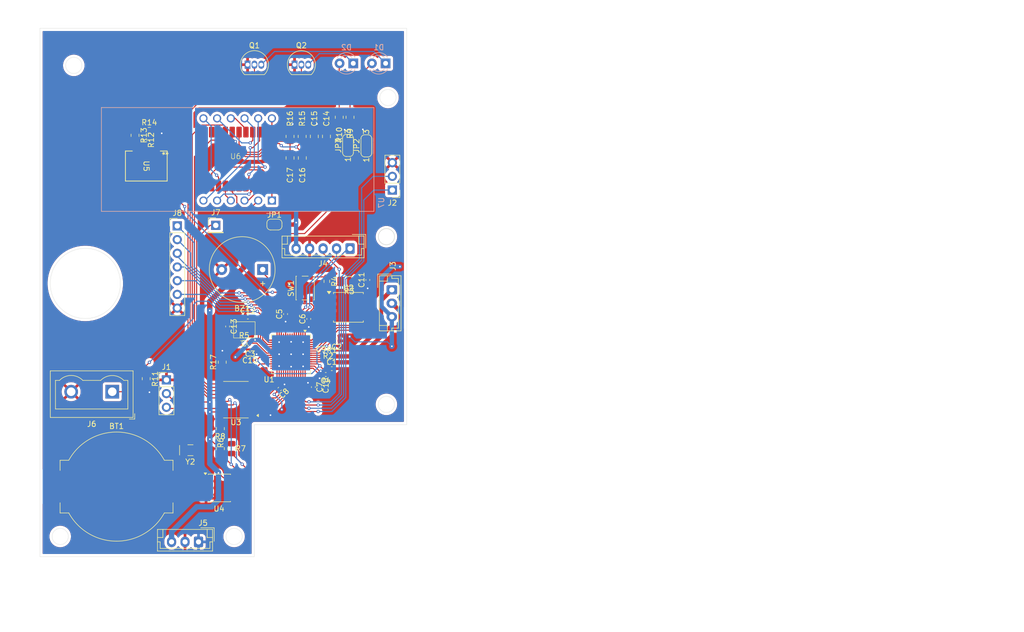
<source format=kicad_pcb>
(kicad_pcb (version 20241229) (generator "pcbnew") (generator_version "9.0")
  (layers (0 "F.Cu" signal) (2 "B.Cu" signal) (13 "F.Paste" user) (15 "B.Paste" user) (5 "F.SilkS" user "F.Silkscreen") (7 "B.SilkS" user "B.Silkscreen") (1 "F.Mask" user) (3 "B.Mask" user) (25 "Edge.Cuts" user))
  (net 0 "")
  (net 1 "Net-(BT1-+)")
  (net 2 "GND")
  (net 3 "+5V")
  (net 4 "+3.3V")
  (net 5 "Net-(U1-XIN)")
  (net 6 "+1V1")
  (net 7 "Net-(C13-Pad2)")
  (net 8 "Net-(D1-A)")
  (net 9 "Net-(D1-K)")
  (net 10 "Net-(D2-A)")
  (net 11 "Net-(D2-K)")
  (net 12 "/USB D+")
  (net 13 "/USB D-")
  (net 14 "/SERVO_PWM_5")
  (net 15 "/POT_OUT")
  (net 16 "/7SEG_CLK_5")
  (net 17 "/7SEG_DIO_5")
  (net 18 "/AIN1")
  (net 19 "/BTNS")
  (net 20 "/QSPI_SS")
  (net 21 "/AIN2")
  (net 22 "/B_RELEASE")
  (net 23 "/D1_Q_5")
  (net 24 "/D2_Q_5")
  (net 25 "Net-(U1-USB_DP)")
  (net 26 "/QSPI_SD0")
  (net 27 "Net-(U1-USB_DM)")
  (net 28 "Net-(R4-Pad1)")
  (net 29 "Net-(U1-XOUT)")
  (net 30 "Net-(U3-EN)")
  (net 31 "/QSPI_SCLK")
  (net 32 "/IR_REC")
  (net 33 "/SERVO_PWM_3")
  (net 35 "/QSPI_SD2")
  (net 36 "Net-(JP2-C)")
  (net 38 "/LED_PWM")
  (net 39 "/QSPI_SD3")
  (net 40 "/D2_Q_3")
  (net 41 "/7SEG_DIO_3")
  (net 42 "/QSPI_SD1")
  (net 43 "/RTC_SDA_3")
  (net 45 "/7SEG_CLK_3")
  (net 46 "/D1_Q_3")
  (net 48 "/RTC_SCL_3")
  (net 49 "/RTC_SDA_5")
  (net 50 "/RTC_SCL_5")
  (net 51 "Net-(U4-X1)")
  (net 53 "Net-(U4-X2)")
  (net 55 "Net-(U6-GRID3)")
  (net 56 "Net-(U6-GRID2)")
  (net 57 "Net-(U6-GRID1)")
  (net 58 "Net-(U6-SEG5{slash}KS5)")
  (net 62 "Net-(U6-SEG1{slash}KS1)")
  (net 63 "Net-(U6-SEG2{slash}KS2)")
  (net 64 "Net-(U6-SEG8{slash}KS8)")
  (net 65 "Net-(U6-SEG7{slash}KS7)")
  (net 66 "Net-(U6-SEG3{slash}KS3)")
  (net 67 "Net-(U6-SEG4{slash}KS4)")
  (net 68 "Net-(U6-GRID4)")
  (net 70 "Net-(U6-SEG6{slash}KS6)")
  (net 71 "Net-(JP3-C)")
  (net 73 "/GPIO26_ADC0")
  (net 74 "/GPIO27_ADC1")
  (net 75 "/GPIO_5V")
  (net 76 "/GPIO_3V")
  (net 77 "/Buzzer")
  (net 79 "/GPIO11")
  (net 80 "/GPIO10")
  (net 81 "/GPIO14")
  (net 82 "/GPIO13")
  (net 83 "/GPIO12")
  (net 84 "/GPIO9")
  (net 86 "Net-(R12-Pad1)")
  (net 87 "Net-(U5-VS)")
  (net 89 "Net-(U1-RUN)")
  (footprint "Crystal:ABM8" (layer "F.Cu") (at 115.65 101.925 180)
    (property "Reference" "Y1")
    (property "Value" "Crystal_ABM8")
  )
  (footprint "Jumper:SolderJumper-2_P1.3mm_Open_RoundedPad1.0x1.5mm" (layer "F.Cu") (at 121.225 82.4)
    (property "Reference" "JP1")
    (property "Value" "7-Seg")
  )
  (footprint "Capacitor_SMD:C_0402_1005Metric" (layer "F.Cu") (at 116.71 107.54)
    (property "Reference" "C3")
    (property "Value" "100n")
  )
  (footprint "Resistor_SMD:R_1206_3216Metric_Pad1.30x1.75mm_HandSolder" (layer "F.Cu") (at 135.1 92.95 180)
    (property "Reference" "R3")
    (property "Value" "DNF")
  )
  (footprint "footprints:SMD4_TSSP60_VIS" (layer "F.Cu") (at 97.465 71.5478 -90)
    (property "Reference" "U5")
    (property "Value" "TSDP341xx")
  )
  (footprint "Resistor_SMD:R_0805_2012Metric" (layer "F.Cu") (at 113.3 123.95 -90)
    (property "Reference" "R7")
    (property "Value" "4.7k")
  )
  (footprint "Resistor_SMD:R_0402_1005Metric" (layer "F.Cu") (at 131.9 106.85)
    (property "Reference" "R1")
    (property "Value" "27.4")
  )
  (footprint "Package_SO:TSSOP-20_4.4x6.5mm_P0.65mm" (layer "F.Cu") (at 114.0875 114.875 180)
    (property "Reference" "U3")
    (property "Value" "LSF0108PW")
  )
  (footprint "Resistor_SMD:R_0603_1608Metric" (layer "F.Cu") (at 115.625 104.4)
    (property "Reference" "R5")
    (property "Value" "1k")
  )
  (footprint "Capacitor_SMD:C_0805_2012Metric" (layer "F.Cu") (at 124.125 70.05 -90)
    (property "Reference" "C17")
    (property "Value" "100p")
  )
  (footprint "Capacitor_SMD:C_0402_1005Metric" (layer "F.Cu") (at 130.75 110.2 180)
    (property "Reference" "C4")
    (property "Value" "1u")
  )
  (footprint "Resistor_SMD:R_0805_2012Metric" (layer "F.Cu") (at 111.2 123.95 -90)
    (property "Reference" "R8")
    (property "Value" "4.7k")
  )
  (footprint "Battery:BatteryHolder_MPD_BC2003_1x2032" (layer "F.Cu") (at 91.95 131)
    (property "Reference" "BT1")
    (property "Value" "CR2032")
  )
  (footprint "Connector_PinHeader_2.54mm:PinHeader_1x03_P2.54mm_Vertical" (layer "F.Cu") (at 143.1 76 180)
    (property "Reference" "J2")
    (property "Value" "ADC Pins")
  )
  (footprint "Capacitor_SMD:C_0402_1005Metric" (layer "F.Cu") (at 131.9 105.85)
    (property "Reference" "C9")
    (property "Value" "100n")
  )
  (footprint "Connector_JST:JST_EH_B5B-EH-A_1x05_P2.50mm_Vertical" (layer "F.Cu") (at 135.25 86.85 180)
    (property "Reference" "J4")
    (property "Value" "Button Interface")
  )
  (footprint "Capacitor_SMD:C_0402_1005Metric" (layer "F.Cu") (at 116.71 106.44 180)
    (property "Reference" "C10")
    (property "Value" "100n")
  )
  (footprint "Connector_PinHeader_2.54mm:PinHeader_1x07_P2.54mm_Vertical" (layer "F.Cu") (at 103.21 82.65)
    (property "Reference" "J8")
    (property "Value" "GPIO Pins")
  )
  (footprint "Capacitor_SMD:C_0402_1005Metric" (layer "F.Cu") (at 112.55 101.3 -90)
    (property "Reference" "C13")
    (property "Value" "15p")
  )
  (footprint "Resistor_SMD:R_0805_2012Metric" (layer "F.Cu") (at 95.375 65.85 -90)
    (property "Reference" "R13")
    (property "Value" "10k")
  )
  (footprint "Resistor_SMD:R_0402_1005Metric" (layer "F.Cu") (at 131.19 107.95)
    (property "Reference" "R2")
    (property "Value" "27.4")
  )
  (footprint "Resistor_SMD:R_0603_1608Metric" (layer "F.Cu") (at 130.95 92.925 -90)
    (property "Reference" "R4")
    (property "Value" "1k")
  )
  (footprint "TerminalBlock_Wuerth:Wuerth_691311400102_P7.62mm" (layer "F.Cu") (at 91.15 113.4 180)
    (property "Reference" "J6")
    (property "Value" "Release Button")
  )
  (footprint "Resistor_SMD:R_0805_2012Metric" (layer "F.Cu") (at 111.55 107.925 -90)
    (property "Reference" "R17")
    (property "Value" "10k")
  )
  (footprint "Package_SO:SOIC-8_5.3x5.3mm_P1.27mm" (layer "F.Cu") (at 134.95 97.75)
    (property "Reference" "U2")
    (property "Value" "W25Q128JVS")
  )
  (footprint "Jumper:SolderJumper-3_P1.3mm_Open_RoundedPad1.0x1.5mm_NumberLabels" (layer "F.Cu") (at 134.875 67.725 90)
    (property "Reference" "JP3")
    (property "Value" "PWM/POT")
  )
  (footprint "Resistor_SMD:R_0603_1608Metric" (layer "F.Cu") (at 98.025 64.9)
    (property "Reference" "R14")
    (property "Value" "1k")
  )
  (footprint "Capacitor_SMD:C_0402_1005Metric" (layer "F.Cu") (at 132.75 103.96 180)
    (property "Reference" "C2")
    (property "Value" "100n")
  )
  (footprint "Capacitor_SMD:C_0402_1005Metric" (layer "F.Cu") (at 129.6 112.25 -90)
    (property "Reference" "C18")
    (property "Value" "100n")
  )
  (footprint "Capacitor_SMD:C_0805_2012Metric" (layer "F.Cu") (at 128.625 66.05 -90)
    (property "Reference" "C15")
    (property "Value" "10u")
  )
  (footprint "Capacitor_SMD:C_0402_1005Metric" (layer "F.Cu") (at 116.3 99.55)
    (property "Reference" "C12")
    (property "Value" "15p")
  )
  (footprint "Resistor_SMD:R_0805_2012Metric" (layer "F.Cu") (at 97.45 110.9875 90)
    (property "Reference" "R11")
    (property "Value" "10k")
  )
  (footprint "Connector_PinHeader_2.54mm:PinHeader_1x01_P2.54mm_Vertical" (layer "F.Cu") (at 110.35 82.55)
    (property "Reference" "J7")
    (property "Value" "5V GPIO")
  )
  (footprint "Capacitor_SMD:C_0805_2012Metric" (layer "F.Cu") (at 130.875 66.05 -90)
    (property "Reference" "C14")
    (property "Value" "10u")
  )
  (footprint "Resistor_SMD:R_0805_2012Metric" (layer "F.Cu") (at 135.25 62.5 90)
    (property "Reference" "R9")
    (property "Value" "220")
  )
  (footprint "Package_SO:SOIC-8_3.9x4.9mm_P1.27mm" (layer "F.Cu") (at 111.025001 131.25)
    (property "Reference" "U4")
    (property "Value" "DS1307Z+")
  )
  (footprint "Jumper:SolderJumper-3_P1.3mm_Open_RoundedPad1.0x1.5mm_NumberLabels" (layer "F.Cu") (at 138.275 67.8 90)
    (property "Reference" "JP2")
    (property "Value" "PWM/POT")
  )
  (footprint "Crystal:Crystal_SMD_EuroQuartz_EQ161-2Pin_3.2x1.5mm" (layer "F.Cu") (at 105.65 124.25)
    (property "Reference" "Y2")
    (property "Value" "32.768 kHz")
  )
  (footprint "Capacitor_SMD:C_0805_2012Metric" (layer "F.Cu") (at 126.4 70.05 -90)
    (property "Reference" "C16")
    (property "Value" "100p")
  )
  (footprint "Capacitor_SMD:C_0402_1005Metric" (layer "F.Cu") (at 128.45 112.55 -90)
    (property "Reference" "C7")
    (property "Value" "100n")
  )
  (footprint "Package_DFN_QFN:QFN-56-1EP_7x7mm_P0.4mm_EP3.2x3.2mm" (layer "F.Cu") (at 124.3125 106.45 -90)
    (property "Reference" "U1")
    (property "Value" "RP2040")
  )
  (footprint "Buzzer_Beeper:Buzzer_12x9.5RM7.6" (layer "F.Cu") (at 119.05 90.75 180)
    (property "Reference" "BZ1")
    (property "Value" "Buzzer")
  )
  (footprint "Connector_JST:JST_EH_B3B-EH-A_1x03_P2.50mm_Vertical" (layer "F.Cu") (at 107.15 141.25 180)
    (property "Reference" "J5")
    (property "Value" "Power")
  )
  (footprint "Capacitor_SMD:C_0402_1005Metric" (layer "F.Cu") (at 131.87 109.13 180)
    (property "Reference" "C1")
    (property "Value" "1u")
  )
  (footprint "Capacitor_SMD:C_0402_1005Metric" (layer "F.Cu") (at 138.55 92.67 90)
    (property "Reference" "C11")
    (property "Value" "100n")
  )
  (footprint "Capacitor_SMD:C_0402_1005Metric" (layer "F.Cu") (at 123.3 99 90)
    (property "Reference" "C5")
    (property "Value" "100n")
  )
  (footprint "Package_TO_SOT_THT:TO-92_Inline" (layer "F.Cu") (at 116.25 52.75)
    (property "Reference" "Q1")
    (property "Value" "2N3904")
  )
  (footprint "Resistor_SMD:R_0805_2012Metric" (layer "F.Cu") (at 126.375 66.05 -90)
    (property "Reference" "R15")
    (property "Value" "10k")
  )
  (footprint "TM1637:S0P" (layer "F.Cu") (at 114.035 70.25)
    (property "Reference" "U6")
    (property "Value" "TM1637")
  )
  (footprint "Capacitor_SMD:C_0402_1005Metric" (layer "F.Cu") (at 127.6 99.9 90)
    (property "Reference" "C6")
    (property "Value" "100n")
  )
  (footprint "Resistor_SMD:R_0805_2012Metric" (layer "F.Cu") (at 111.2 120.25 -90)
    (property "Reference" "R6")
    (property "Value" "20k")
  )
  (footprint "Connector_JST:JST_EH_B3B-EH-A_1x03_P2.50mm_Vertical" (layer "F.Cu") (at 143 94.5 -90)
    (property "Reference" "J3")
    (property "Value" "USB Data")
  )
  (footprint "Resistor_SMD:R_0805_2012Metric" (layer "F.Cu") (at 124.125 66.05 -90)
    (property "Reference" "R16")
    (property "Value" "10k")
  )
  (footprint "Connector_PinHeader_2.54mm:PinHeader_1x03_P2.54mm_Vertical" (layer "F.Cu") (at 101.2 111.21)
    (property "Reference" "J1")
    (property "Value" "Servo")
  )
  (footprint "Capacitor_SMD:C_0402_1005Metric" (layer "F.Cu") (at 122.2 112.9 -135)
    (property "Reference" "C8")
    (property "Value" "100n")
  )
  (footprint "Button_Switch_SMD:SW_SPST_PTS810" (layer "F.Cu") (at 126.925 94.175 -90)
    (property "Reference" "SW1")
    (property "Value" "SW_Push")
  )
  (footprint "Resistor_SMD:R_0402_1005Metric" (layer "F.Cu") (at 97.2 66.725 -90)
    (property "Reference" "R12")
    (property "Value" "27.4")
  )
  (footprint "Resistor_SMD:R_0805_2012Metric" (layer "F.Cu") (at 133.25 62.5 90)
    (property "Reference" "R10")
    (property "Value" "220")
  )
  (footprint "Package_TO_SOT_THT:TO-92_Inline" (layer "F.Cu") (at 124.96 52.75)
    (property "Reference" "Q2")
    (property "Value" "2N3904")
  )
  (footprint "LED_THT:LED_D3.0mm" (layer "B.Cu") (at 141.85 52.5 180)
    (property "Reference" "D1")
    (property "Value" "LED")
  )
  (footprint "Display_7Segment:CA56-12EWA" (layer "B.Cu") (at 120.76 77.9427 90)
    (property "Reference" "U7")
    (property "Value" "LTC-4627JD")
  )
  (footprint "LED_THT:LED_D3.0mm" (layer "B.Cu") (at 135.85 52.5 180)
    (property "Reference" "D2")
    (property "Value" "LED")
  )
  (gr_line (start 117.5 119.5) (end 117.5 144) (stroke (width 0.05)) (layer "Edge.Cuts"))
  (gr_circle (center 142 84.65) (end 143.5 84.65) (stroke (width 0.1)) (fill no) (layer "Edge.Cuts"))
  (gr_line (start 117.5 144) (end 77.745 144) (stroke (width 0.05)) (layer "Edge.Cuts"))
  (gr_circle (center 86.1552 93.3197) (end 92.6552 93.3197) (stroke (width 0.05)) (fill no) (layer "Edge.Cuts"))
  (gr_circle (center 81.5 140.25) (end 83 140.25) (stroke (width 0.05)) (fill no) (layer "Edge.Cuts"))
  (gr_line (start 145.745 119.5) (end 117.5 119.5) (stroke (width 0.05)) (layer "Edge.Cuts"))
  (gr_line (start 77.745 46) (end 145.745 46) (stroke (width 0.05)) (layer "Edge.Cuts"))
  (gr_circle (center 84.02 52.88) (end 85.52 52.88) (stroke (width 0.05)) (fill no) (layer "Edge.Cuts"))
  (gr_line (start 77.745 144) (end 77.745 46) (stroke (width 0.05)) (layer "Edge.Cuts"))
  (gr_circle (center 142 115.75) (end 143.5 115.75) (stroke (width 0.05)) (fill no) (layer "Edge.Cuts"))
  (gr_line (start 145.745 46) (end 145.745 119.5) (stroke (width 0.05)) (layer "Edge.Cuts"))
  (gr_circle (center 113.75 140.25) (end 115.25 140.25) (stroke (width 0.05)) (fill no) (layer "Edge.Cuts"))
  (gr_circle (center 142.29 58.84) (end 143.79 58.84) (stroke (width 0.05)) (fill no) (layer "Edge.Cuts"))
  (segment (start 104.74 131.885) (end 108.550001 131.885) (width 0.4) (layer "F.Cu") (net 1))
  (segment (start 103.855 131) (end 104.74 131.885) (width 0.2) (layer "F.Cu") (net 1))
  (segment (start 128.5 97.9) (end 128.5 97.525) (width 0.2) (layer "F.Cu") (net 2))
  (segment (start 116.8 102.99) (end 116.8 102.8) (width 0.2) (layer "F.Cu") (net 2))
  (segment (start 127.6 98.8) (end 128.5 97.9) (width 0.2) (layer "F.Cu") (net 2))
  (segment (start 128.051 97.076) (end 126.676 97.076) (width 0.2) (layer "F.Cu") (net 2))
  (segment (start 115.05 101.05) (end 116.8 102.8) (width 0.2) (layer "F.Cu") (net 2))
  (segment (start 127.6 99.42) (end 127.6 98.8) (width 0.2) (layer "F.Cu") (net 2))
  (segment (start 126.676 97.076) (end 125.85 96.25) (width 0.2) (layer "F.Cu") (net 2))
  (segment (start 120.875 105.45) (end 123.325 105.45) (width 0.2) (layer "F.Cu") (net 2))
  (segment (start 123.325 105.45) (end 124.325 106.45) (width 0.2) (layer "F.Cu") (net 2))
  (segment (start 121.860589 113.239411) (end 121.2 113.9) (width 0.2) (layer "F.Cu") (net 2))
  (segment (start 128.5 97.525) (end 128.051 97.076) (width 0.2) (layer "F.Cu") (net 2))
  (segment (start 117.61 103.8) (end 116.8 102.99) (width 0.2) (layer "F.Cu") (net 2))
  (segment (start 132.5 105.85) (end 132.38 105.85) (width 0.2) (layer "F.Cu") (net 2))
  (segment (start 114.5 101.05) (end 115.05 101.05) (width 0.2) (layer "F.Cu") (net 2))
  (via (at 126.55 108.7) (size 0.6) (drill 0.3) (layers "F.Cu" "B.Cu") (net 2))
  (via (at 124.325 108.75) (size 0.6) (drill 0.3) (layers "F.Cu" "B.Cu") (net 2))
  (via (at 123.98 93.5) (size 0.6) (drill 0.3) (layers "F.Cu" "B.Cu") (net 2))
  (via (at 122.1 104.2) (size 0.6) (drill 0.3) (layers "F.Cu" "B.Cu") (net 2))
  (via (at 117.64 103.8) (size 0.6) (drill 0.3) (layers "F.Cu" "B.Cu") (net 2))
  (via (at 113.98 106.97) (size 0.6) (drill 0.3) (layers "F.Cu" "B.Cu") (net 2))
  (via (at 122.1 106.45) (size 0.6) (drill 0.3) (layers "F.Cu" "B.Cu") (net 2))
  (via (at 135.175 103.175) (size 0.6) (drill 0.3) (layers "F.Cu" "B.Cu") (net 2))
  (via (at 122.1 108.65) (size 0.6) (drill 0.3) (layers "F.Cu" "B.Cu") (net 2))
  (via (at 124.325 104.15) (size 0.6) (drill 0.3) (layers "F.Cu" "B.Cu") (net 2))
  (via (at 126.55 104.2) (size 0.6) (drill 0.3) (layers "F.Cu" "B.Cu") (net 2))
  (via (at 143.01 104.97) (size 1) (drill 0.3) (layers "F.Cu" "B.Cu") (net 2))
  (via (at 144.5 90.2) (size 0.6) (drill 0.3) (layers "F.Cu" "B.Cu") (net 2))
  (via (at 124.325 106.45) (size 0.6) (drill 0.3) (layers "F.Cu" "B.Cu") (net 2))
  (via (at 122.6 116.7) (size 0.6) (drill 0.3) (layers "F.Cu" "B.Cu") (net 2))
  (via (at 126.55 106.45) (size 0.6) (drill 0.3) (layers "F.Cu" "B.Cu") (net 2))
  (via (at 121.2 113.9) (size 0.6) (drill 0.3) (layers "F.Cu" "B.Cu") (net 2))
  (segment (start 122.1 106.45) (end 121 106.45) (width 0.8) (layer "B.Cu") (net 2))
  (segment (start 143.01 104.97) (end 143.01 102.96) (width 0.8) (layer "B.Cu") (net 2))
  (segment (start 124.325 93.845) (end 123.98 93.5) (width 0.2) (layer "B.Cu") (net 2))
  (segment (start 143.01 104.97) (end 142.19 104.15) (width 0.2) (layer "B.Cu") (net 2))
  (segment (start 143.1 90.2) (end 141.1 92.2) (width 0.8) (layer "B.Cu") (net 2))
  (segment (start 121.2 113.9) (end 122.6 115.3) (width 0.2) (layer "B.Cu") (net 2))
  (segment (start 141.1 92.2) (end 141.1 97.6) (width 0.8) (layer "B.Cu") (net 2))
  (segment (start 117.64 103.8) (end 117.15 103.8) (width 0.8) (layer "B.Cu") (net 2))
  (segment (start 121 106.45) (end 118.35 103.8) (width 0.8) (layer "B.Cu") (net 2))
  (segment (start 141.1 97.6) (end 143 99.5) (width 0.8) (layer "B.Cu") (net 2))
  (segment (start 118.35 103.8) (end 117.64 103.8) (width 0.8) (layer "B.Cu") (net 2))
  (segment (start 142.19 104.15) (end 136.15 104.15) (width 0.2) (layer "B.Cu") (net 2))
  (segment (start 122.6 115.3) (end 122.6 116.7) (width 0.2) (layer "B.Cu") (net 2))
  (segment (start 117.15 103.8) (end 113.98 106.97) (width 0.8) (layer "B.Cu") (net 2))
  (segment (start 143.01 102.96) (end 143 102.95) (width 0.8) (layer "B.Cu") (net 2))
  (segment (start 143 102.95) (end 143 99.5) (width 0.8) (layer "B.Cu") (net 2))
  (segment (start 144.5 90.2) (end 143.1 90.2) (width 0.8) (layer "B.Cu") (net 2))
  (segment (start 136.15 104.15) (end 135.175 103.175) (width 0.2) (layer "B.Cu") (net 2))
  (segment (start 109.25 115.31) (end 108.06 115.31) (width 0.2) (layer "F.Cu") (net 3))
  (segment (start 109.23 96.66) (end 115.55 90.34) (width 1) (layer "F.Cu") (net 3))
  (segment (start 110.2875 121.1625) (end 109.25 122.2) (width 0.4) (layer "F.Cu") (net 3))
  (segment (start 111.2 123.0375) (end 113.3 123.0375) (width 0.2) (layer "F.Cu") (net 3))
  (segment (start 109.3 122.2) (end 110.1375 123.0375) (width 0.2) (layer "F.Cu") (net 3))
  (segment (start 109.3375 122.2875) (end 109.25 122.2) (width 0.2) (layer "F.Cu") (net 3))
  (segment (start 118.2 82.4) (end 120.575 82.4) (width 1) (layer "F.Cu") (net 3))
  (segment (start 110.1375 123.0375) (end 111.2 123.0375) (width 0.2) (layer "F.Cu") (net 3))
  (segment (start 108.06 115.31) (end 107.45 114.7) (width 0.2) (layer "F.Cu") (net 3))
  (segment (start 115.55 85.05) (end 118.2 82.4) (width 1) (layer "F.Cu") (net 3))
  (segment (start 107.45 114.7) (end 102.15 114.7) (width 0.2) (layer "F.Cu") (net 3))
  (segment (start 111.745 129.345) (end 110.85 128.45) (width 0.2) (layer "F.Cu") (net 3))
  (segment (start 102.15 114.7) (end 101.2 113.75) (width 0.2) (layer "F.Cu") (net 3))
  (segment (start 109.25 122.2) (end 109.3 122.2) (width 0.2) (layer "F.Cu") (net 3))
  (segment (start 109.23 98.34) (end 109.23 96.66) (width 1) (layer "F.Cu") (net 3))
  (segment (start 113.500001 129.345) (end 111.745 129.345) (width 0.2) (layer "F.Cu") (net 3))
  (segment (start 111.225 117.15) (end 109.25 117.15) (width 0.2) (layer "F.Cu") (net 3))
  (segment (start 115.55 90.34) (end 115.55 85.05) (width 1) (layer "F.Cu") (net 3))
  (segment (start 111.2 121.1625) (end 110.2875 121.1625) (width 0.4) (layer "F.Cu") (net 3))
  (via (at 109.25 117.15) (size 0.6) (drill 0.3) (layers "F.Cu" "B.Cu") (net 3))
  (via (at 109.25 122.2) (size 0.6) (drill 0.3) (layers "F.Cu" "B.Cu") (net 3))
  (via (at 109.25 115.31) (size 0.6) (drill 0.3) (layers "F.Cu" "B.Cu") (net 3))
  (via (at 109.23 98.34) (size 1) (drill 0.3) (layers "F.Cu" "B.Cu") (net 3))
  (via (at 110.85 128.45) (size 0.6) (drill 0.3) (layers "F.Cu" "B.Cu") (net 3))
  (segment (start 106.8 134.75) (end 109.6 134.75) (width 1) (layer "B.Cu") (net 3))
  (segment (start 102.15 141.25) (end 102.15 139.4) (width 1) (layer "B.Cu") (net 3))
  (segment (start 109.25 115.31) (end 109.25 117.15) (width 1) (layer "B.Cu") (net 3))
  (segment (start 110.85 128.35) (end 109.25 126.75) (width 1) (layer "B.Cu") (net 3))
  (segment (start 102.15 139.4) (end 106.8 134.75) (width 1) (layer "B.Cu") (net 3))
  (segment (start 110.85 132.5) (end 110.85 128.45) (width 1) (layer "B.Cu") (net 3))
  (segment (start 110.85 128.45) (end 110.85 128.35) (width 0.8) (layer "B.Cu") (net 3))
  (segment (start 109.23 98.34) (end 109.23 115.29) (width 1) (layer "B.Cu") (net 3))
  (segment (start 109.25 126.75) (end 109.25 122.2) (width 1) (layer "B.Cu") (net 3))
  (segment (start 109.6 134.75) (end 110.85 133.5) (width 1) (layer "B.Cu") (net 3))
  (segment (start 110.85 133.5) (end 110.85 132.55) (width 1) (layer "B.Cu") (net 3))
  (segment (start 109.23 115.29) (end 109.25 115.31) (width 1) (layer "B.Cu") (net 3))
  (segment (start 110.85 132.55) (end 110.85 132.5) (width 1) (layer "B.Cu") (net 3))
  (segment (start 109.25 117.15) (end 109.25 122.2) (width 1) (layer "B.Cu") (net 3))
  (segment (start 129.875 109.625) (end 130.27 110.02) (width 0.2) (layer "F.Cu") (net 4))
  (segment (start 123.1 112.05) (end 123.3125 111.8375) (width 0.2) (layer "F.Cu") (net 4))
  (segment (start 118.995447 106.445447) (end 119.2 106.65) (width 0.2) (layer "F.Cu") (net 4))
  (segment (start 123.3125 100.4125) (end 123.3 100.4) (width 0.2) (layer "F.Cu") (net 4))
  (segment (start 129.6 107.05) (end 130 106.65) (width 0.2) (layer "F.Cu") (net 4))
  (segment (start 130.27 110.02) (end 130.27 110.2) (width 0.2) (layer "F.Cu") (net 4))
  (segment (start 128.4 109.05) (end 127.75 109.05) (width 0.2) (layer "F.Cu") (net 4))
  (segment (start 127.75 106.65) (end 130 106.65) (width 0.2) (layer "F.Cu") (net 4))
  (segment (start 129.817179 109.599231) (end 129.842948 109.625) (width 0.2) (layer "F.Cu") (net 4))
  (segment (start 127.45 111.75) (end 126.9135 111.2135) (width 0.2) (layer "F.Cu") (net 4))
  (segment (start 123.3 100.4) (end 123.3 99.48) (width 0.2) (layer "F.Cu") (net 4))
  (segment (start 117.920607 106.44) (end 117.19 106.44) (width 0.2) (layer "F.Cu") (net 4))
  (segment (start 97.45 112.9) (end 97.45 111.9) (width 0.2) (layer "F.Cu") (net 4))
  (segment (start 138.51875 94.23125) (end 138.5375 94.25) (width 0.2) (layer "F.Cu") (net 4))
  (segment (start 129.817179 109.599231) (end 129.599231 109.599231) (width 0.2) (layer "F.Cu") (net 4))
  (segment (start 127.75 107.05) (end 129.6 107.05) (width 0.2) (layer "F.Cu") (net 4))
  (segment (start 130.8 105.85) (end 131.42 105.85) (width 0.2) (layer "F.Cu") (net 4))
  (segment (start 128.65 108.65) (end 127.75 108.65) (width 0.2) (layer "F.Cu") (net 4))
  (segment (start 126.9135 111.2135) (end 126.9135 109.8875) (width 0.2) (layer "F.Cu") (net 4))
  (segment (start 122.589411 112.510589) (end 122.639411 112.510589) (width 0.2) (layer "F.Cu") (net 4))
  (segment (start 111.55 107.0125) (end 111.55 105.825) (width 0.2) (layer "F.Cu") (net 4))
  (segment (start 122.539411 112.560589) (end 122.589411 112.510589) (width 0.2) (layer "F.Cu") (net 4))
  (segment (start 126.9135 102.0865) (end 126.9135 103.0125) (width 0.2) (layer "F.Cu") (net 4))
  (segment (start 130 106.65) (end 130.425 106.225) (width 0.2) (layer "F.Cu") (net 4))
  (segment (start 137.2375 92.95) (end 138.51875 94.23125) (width 0.2) (layer "F.Cu") (net 4))
  (segment (start 129.6 110.9) (end 129.6 111.77) (width 0.2) (layer "F.Cu") (net 4))
  (segment (start 123.3125 111.8375) (end 123.3125 109.8875) (width 0.2) (layer "F.Cu") (net 4))
  (segment (start 129.842948 109.625) (end 129.875 109.625) (width 0.2) (layer "F.Cu") (net 4))
  (segment (start 98.05 113.5) (end 97.45 112.9) (width 0.2) (layer "F.Cu") (net 4))
  (segment (start 119.9671 117.15) (end 116.95 117.15) (width 0.2) (layer "F.Cu") (net 4))
  (segment (start 129.599231 109.599231) (end 128.65 108.65) (width 0.2) (layer "F.Cu") (net 4))
  (segment (start 129.6 110.25) (end 128.4 109.05) (width 0.2) (layer "F.Cu") (net 4))
  (segment (start 138.5375 94.25) (end 138.5375 93.0425) (width 0.2) (layer "F.Cu") (net 4))
  (segment (start 117.926054 106.445447) (end 117.920607 106.44) (width 0.2) (layer "F.Cu") (net 4))
  (segment (start 127.6 101.4) (end 127.6 100.38) (width 0.2) (layer "F.Cu") (net 4))
  (segment (start 138.5375 95.845) (end 138.5375 94.25) (width 0.2) (layer "F.Cu") (net 4))
  (segment (start 129.6 110.9) (end 129.6 110.25) (width 0.2) (layer "F.Cu") (net 4))
  (segment (start 120.5 117.6829) (end 119.9671 117.15) (width 0.2) (layer "F.Cu") (net 4))
  (segment (start 100.325 65.475) (end 99.75 64.9) (width 0.2) (layer "F.Cu") (net 4))
  (segment (start 127.77 112.07) (end 128.45 112.07) (width 0.2) (layer "F.Cu") (net 4))
  (segment (start 127.6 101.4) (end 126.9135 102.0865) (width 0.2) (layer "F.Cu") (net 4))
  (segment (start 99.75 64.9) (end 98.85 64.9) (width 0.2) (layer "F.Cu") (net 4))
  (segment (start 122.639411 112.510589) (end 123.1 112.05) (width 0.2) (layer "F.Cu") (net 4))
  (segment (start 117.926054 106.445447) (end 118.995447 106.445447) (width 0.2) (layer "F.Cu") (net 4))
  (segment (start 127.45 111.75) (end 127.77 112.07) (width 0.2) (layer "F.Cu") (net 4))
  (segment (start 123.3125 103.0125) (end 123.3125 100.4125) (width 0.2) (layer "F.Cu") (net 4))
  (segment (start 130.425 106.225) (end 130.8 105.85) (width 0.2) (layer "F.Cu") (net 4))
  (segment (start 111.55 105.825) (end 111.575 105.8) (width 0.2) (layer "F.Cu") (net 4))
  (segment (start 136.65 92.95) (end 137.2375 92.95) (width 0.2) (layer "F.Cu") (net 4))
  (segment (start 120.5 117.75) (end 120.5 117.6829) (width 0.2) (layer "F.Cu") (net 4))
  (segment (start 119.2 106.65) (end 120.875 106.65) (width 0.2) (layer "F.Cu") (net 4))
  (via (at 117.926054 106.445447) (size 0.6) (drill 0.3) (layers "F.Cu" "B.Cu") (net 4))
  (via (at 127.45 111.75) (size 0.6) (drill 0.3) (layers "F.Cu" "B.Cu") (net 4))
  (via (at 127.6 101.4) (size 0.6) (drill 0.3) (layers "F.Cu" "B.Cu") (net 4))
  (via (at 129.817179 109.599231) (size 0.6) (drill 0.3) (layers "F.Cu" "B.Cu") (net 4))
  (via (at 111.575 105.8) (size 0.6) (drill 0.3) (layers "F.Cu" "B.Cu") (net 4))
  (via (at 138.51875 94.23125) (size 0.6) (drill 0.3) (layers "F.Cu" "B.Cu") (net 4))
  (via (at 98.05 113.5) (size 0.6) (drill 0.3) (layers "F.Cu" "B.Cu") (net 4))
  (via (at 123.3 100.4) (size 0.6) (drill 0.3) (layers "F.Cu" "B.Cu") (net 4))
  (via (at 120.5 117.75) (size 0.6) (drill 0.3) (layers "F.Cu" "B.Cu") (net 4))
  (via (at 130.425 106.225) (size 0.6) (drill 0.3) (layers "F.Cu" "B.Cu") (net 4))
  (via (at 100.325 65.475) (size 0.6) (drill 0.3) (layers "F.Cu" "B.Cu") (net 4))
  (via (at 123.1 112.05) (size 0.6) (drill 0.3) (layers "F.Cu" "B.Cu") (net 4))
  (via (at 129.6 110.9) (size 0.6) (drill 0.3) (layers "F.Cu" "B.Cu") (net 4))
  (segment (start 118.249 102.499) (end 118.249 104.099) (width 0.2) (layer "F.Cu") (net 5))
  (segment (start 116.78 101.03) (end 116.8 101.05) (width 0.2) (layer "F.Cu") (net 5))
  (segment (start 116.8 101.05) (end 118.249 102.499) (width 0.2) (layer "F.Cu") (net 5))
  (segment (start 116.78 99.55) (end 116.78 101.03) (width 0.2) (layer "F.Cu") (net 5))
  (segment (start 118.249 104.099) (end 120 105.85) (width 0.2) (layer "F.Cu") (net 5))
  (segment (start 120 105.85) (end 120.875 105.85) (width 0.2) (layer "F.Cu") (net 5))
  (segment (start 132.27 104) (end 132.27 103.96) (width 0.2) (layer "F.Cu") (net 6))
  (segment (start 132.14 104.13) (end 132.27 104) (width 0.2) (layer "F.Cu") (net 6))
  (segment (start 127.75 108.25) (end 129.3 108.25) (width 0.2) (layer "F.Cu") (net 6))
  (segment (start 131.36 109.1) (end 131.39 109.13) (width 0.2) (layer "F.Cu") (net 6))
  (segment (start 130.899265 104.949265) (end 131.88853 103.96) (width 0.2) (layer "F.Cu") (net 6))
  (segment (start 130.899265 104.949265) (end 130.800735 104.949265) (width 0.2) (layer "F.Cu") (net 6))
  (segment (start 129.3 108.25) (end 130.15 109.1) (width 0.2) (layer "F.Cu") (net 6))
  (segment (start 129.5 106.25) (end 127.75 106.25) (width 0.2) (layer "F.Cu") (net 6))
  (segment (start 131.88853 103.96) (end 132.27 103.96) (width 0.2) (layer "F.Cu") (net 6))
  (segment (start 118.44 107.05) (end 120.875 107.05) (width 0.2) (layer "F.Cu") (net 6))
  (segment (start 130.15 109.1) (end 131.36 109.1) (width 0.2) (layer "F.Cu") (net 6))
  (segment (start 117.93 107.54) (end 117.19 107.54) (width 0.2) (layer "F.Cu") (net 6))
  (segment (start 130.800735 104.949265) (end 129.5 106.25) (width 0.2) (layer "F.Cu") (net 6))
  (segment (start 117.94 107.55) (end 118.44 107.05) (width 0.2) (layer "F.Cu") (net 6))
  (segment (start 117.94 107.55) (end 117.93 107.54) (width 0.2) (layer "F.Cu") (net 6))
  (via (at 130.899265 104.949265) (size 0.6) (drill 0.3) (layers "F.Cu" "B.Cu") (net 6))
  (via (at 129.65 108.6) (size 0.6) (drill 0.3) (layers "F.Cu" "B.Cu") (net 6))
  (via (at 117.94 107.55) (size 0.6) (drill 0.3) (layers "F.Cu" "B.Cu") (net 6))
  (segment (start 128.16 110.04) (end 129.6 108.6) (width 0.2) (layer "B.Cu") (net 6))
  (segment (start 129.12 108.07) (end 129.12 105.73) (width 0.2) (layer "B.Cu") (net 6))
  (segment (start 120.43 110.04) (end 128.16 110.04) (width 0.2) (layer "B.Cu") (net 6))
  (segment (start 129.12 105.73) (end 129.900735 104.949265) (width 0.2) (layer "B.Cu") (net 6))
  (segment (start 129.65 108.6) (end 129.12 108.07) (width 0.2) (layer "B.Cu") (net 6))
  (segment (start 117.94 107.55) (end 120.43 110.04) (width 0.2) (layer "B.Cu") (net 6))
  (segment (start 129.6 108.6) (end 129.65 108.6) (width 0.2) (layer "B.Cu") (net 6))
  (segment (start 129.900735 104.949265) (end 130.899265 104.949265) (width 0.2) (layer "B.Cu") (net 6))
  (segment (start 112.55 102) (end 113.35 102.8) (width 0.2) (layer "F.Cu") (net 7))
  (segment (start 114.8 103.1) (end 114.8 104.4) (width 0.2) (layer "F.Cu") (net 7))
  (segment (start 112.55 101.78) (end 112.55 102) (width 0.2) (layer "F.Cu") (net 7))
  (segment (start 114.5 102.8) (end 114.8 103.1) (width 0.2) (layer "F.Cu") (net 7))
  (segment (start 113.35 102.8) (end 114.5 102.8) (width 0.2) (layer "F.Cu") (net 7))
  (segment (start 135.25 56.56) (end 139.31 52.5) (width 0.2) (layer "F.Cu") (net 8))
  (segment (start 135.25 61.5875) (end 135.25 56.56) (width 0.2) (layer "F.Cu") (net 8))
  (segment (start 121.24 50.3) (end 139.65 50.3) (width 0.2) (layer "B.Cu") (net 9))
  (segment (start 139.65 50.3) (end 141.85 52.5) (width 0.2) (layer "B.Cu") (net 9))
  (segment (start 118.79 52.75) (end 121.24 50.3) (width 0.2) (layer "B.Cu") (net 9))
  (segment (start 133.2 52.61) (end 133.31 52.5) (width 0.2) (layer "F.Cu") (net 10))
  (segment (start 133.25 52.56) (end 133.31 52.5) (width 0.2) (layer "F.Cu") (net 10))
  (segment (start 133.25 61.5875) (end 133.25 52.56) (width 0.2) (layer "F.Cu") (net 10))
  (segment (start 133.25 52.56) (end 133.31 52.5) (width 0.2) (layer "B.Cu") (net 10))
  (segment (start 134.05 50.7) (end 135.85 52.5) (width 0.2) (layer "B.Cu") (net 11))
  (segment (start 129.55 50.7) (end 134.05 50.7) (width 0.2) (layer "B.Cu") (net 11))
  (segment (start 127.5 52.75) (end 129.55 50.7) (width 0.2) (layer "B.Cu") (net 11))
  (segment (start 132.41 106.85) (end 135.441364 106.85) (width 0.8) (layer "F.Cu") (net 12))
  (segment (start 141 96.5) (end 143 94.5) (width 0.8) (layer "F.Cu") (net 12))
  (segment (start 141 101.291364) (end 141 96.5) (width 0.8) (layer "F.Cu") (net 12))
  (segment (start 135.441364 106.85) (end 141 101.291364) (width 0.8) (layer "F.Cu") (net 12))
  (segment (start 142.75 101.55) (end 143.9 101.55) (width 0.8) (layer "F.Cu") (net 13))
  (segment (start 144.65 98.6) (end 143.05 97) (width 0.8) (layer "F.Cu") (net 13))
  (segment (start 142.6 101.55) (end 142.75 101.55) (width 0.8) (layer "F.Cu") (net 13))
  (segment (start 143.05 97) (end 143 97) (width 0.8) (layer "F.Cu") (net 13))
  (segment (start 136.2 107.95) (end 142.6 101.55) (width 0.8) (layer "F.Cu") (net 13))
  (segment (start 131.7 107.95) (end 136.2 107.95) (width 0.8) (layer "F.Cu") (net 13))
  (segment (start 143.9 101.55) (end 144.65 100.8) (width 0.8) (layer "F.Cu") (net 13))
  (segment (start 144.65 100.8) (end 144.65 98.6) (width 0.8) (layer "F.Cu") (net 13))
  (segment (start 101.41 116.5) (end 111.225 116.5) (width 0.2) (layer "F.Cu") (net 14))
  (segment (start 101.2 116.29) (end 101.41 116.5) (width 0.2) (layer "F.Cu") (net 14))
  (segment (start 129.125 63.75) (end 128.625 64.25) (width 0.2) (layer "F.Cu") (net 15))
  (segment (start 134.875 65.425) (end 134.25 64.8) (width 0.2) (layer "F.Cu") (net 15))
  (segment (start 124.125 64.25) (end 124.125 65.1375) (width 0.2) (layer "F.Cu") (net 15))
  (segment (start 130.875 64.25) (end 130.875 65.1) (width 0.2) (layer "F.Cu") (net 15))
  (segment (start 127.04 115.87) (end 126.1125 114.9425) (width 0.2) (layer "F.Cu") (net 15))
  (segment (start 134.875 66.425) (end 134.875 65.425) (width 0.2) (layer "F.Cu") (net 15))
  (segment (start 130.625 64) (end 130.875 64.25) (width 0.2) (layer "F.Cu") (net 15))
  (segment (start 113.4 65.25) (end 113.4 65.821968) (width 0.2) (layer "F.Cu") (net 15))
  (segment (start 129.125 63.75) (end 129.375 64) (width 0.2) (layer "F.Cu") (net 15))
  (segment (start 129.375 64) (end 130.625 64) (width 0.2) (layer "F.Cu") (net 15))
  (segment (start 124.625 63.75) (end 124.125 64.25) (width 0.2) (layer "F.Cu") (net 15))
  (segment (start 114 67) (end 113.4 66.4) (width 0.2) (layer "F.Cu") (net 15))
  (segment (start 121.875 82.4) (end 124.89 82.4) (width 0.8) (layer "F.Cu") (net 15))
  (segment (start 113.4 66.4) (end 113.4 65.25) (width 0.2) (layer "F.Cu") (net 15))
  (segment (start 138.275 66.5) (end 138.275 65.4) (width 0.2) (layer "F.Cu") (net 15))
  (segment (start 128.625 64.25) (end 128.625 65.1) (width 0.2) (layer "F.Cu") (net 15))
  (segment (start 126.125 64) (end 126.375 64.25) (width 0.2) (layer "F.Cu") (net 15))
  (segment (start 129.34 115.87) (end 127.04 115.87) (width 0.2) (layer "F.Cu") (net 15))
  (segment (start 126.375 64.25) (end 126.375 65.1375) (width 0.2) (layer "F.Cu") (net 15))
  (segment (start 124.625 63.75) (end 124.875 64) (width 0.2) (layer "F.Cu") (net 15))
  (segment (start 124.89 82.4) (end 125.26 82.03) (width 0.8) (layer "F.Cu") (net 15))
  (segment (start 138.275 65.4) (end 137.625 64.75) (width 0.2) (layer "F.Cu") (net 15))
  (segment (start 126.1125 114.9425) (end 126.1125 109.8875) (width 0.2) (layer "F.Cu") (net 15))
  (segment (start 124.875 64) (end 126.125 64) (width 0.2) (layer "F.Cu") (net 15))
  (via (at 125.26 82.03) (size 0.6) (drill 0.3) (layers "F.Cu" "B.Cu") (net 15))
  (via (at 134.25 64.8) (size 0.6) (drill 0.3) (layers "F.Cu" "B.Cu") (net 15))
  (via (at 129.125 63.75) (size 0.6) (drill 0.3) (layers "F.Cu" "B.Cu") (net 15))
  (via (at 137.625 64.75) (size 0.6) (drill 0.3) (layers "F.Cu" "B.Cu") (net 15))
  (via (at 124.625 63.75) (size 0.6) (drill 0.3) (layers "F.Cu" "B.Cu") (net 15))
  (via (at 114 67) (size 0.6) (drill 0.3) (layers "F.Cu" "B.Cu") (net 15))
  (via (at 129.34 115.87) (size 0.6) (drill 0.3) (layers "F.Cu" "B.Cu") (net 15))
  (segment (start 129.34 115.87) (end 131.6971 115.87) (width 0.2) (layer "B.Cu") (net 15))
  (segment (start 133.651 92.099) (end 137 88.75) (width 0.2) (layer "B.Cu") (net 15))
  (segment (start 131.6971 115.87) (end 133.651 113.9161) (width 0.2) (layer "B.Cu") (net 15))
  (segment (start 137 79.85) (end 136.175 79.025) (width 0.2) (layer "B.Cu") (net 15))
  (segment (start 137 88.75) (end 137 79.85) (width 0.2) (layer "B.Cu") (net 15))
  (segment (start 125.25 86.85) (end 125.25 78.85) (width 0.8) (layer "B.Cu") (net 15))
  (segment (start 133.651 113.9161) (end 133.651 92.099) (width 0.2) (layer "B.Cu") (net 15))
  (segment (start 118.5822 69.802) (end 115.7928 69.802) (width 0.2) (layer "F.Cu") (net 16))
  (segment (start 111.225 112.6) (end 108.6855 112.6) (width 0.2) (layer "F.Cu") (net 16))
  (segment (start 122.1135 67.3635) (end 121.0207 67.3635) (width 0.2) (layer "F.Cu") (net 16))
  (segment (start 109.45 66.75) (end 111.360001 66.75) (width 0.2) (layer "F.Cu") (net 16))
  (segment (start 126.3 67.0375) (end 126.375 66.9625) (width 0.2) (layer "F.Cu") (net 16))
  (segment (start 125.3 68) (end 126.4 69.1) (width 0.2) (layer "F.Cu") (net 16))
  (segment (start 110.86 65.25) (end 110.86 66.249999) (width 0.2) (layer "F.Cu") (net 16))
  (segment (start 106.4 69.8) (end 109.45 66.75) (width 0.2) (layer "F.Cu") (net 16))
  (segment (start 125.25 68) (end 125.25 68.05) (width 0.2) (layer "F.Cu") (net 16))
  (segment (start 108.6855 112.6) (end 106.4 110.3145) (width 0.2) (layer "F.Cu") (net 16))
  (segment (start 113.425001 68.1121) (end 112.062901 66.75) (width 0.2) (layer "F.Cu") (net 16))
  (segment (start 110.86 66.249999) (end 111.360001 66.75) (width 0.2) (layer "F.Cu") (net 16))
  (segment (start 115.7928 69.802) (end 114.102899 68.1121) (width 0.2) (layer "F.Cu") (net 16))
  (segment (start 125.25 68) (end 125.3375 68) (width 0.2) (layer "F.Cu") (net 16))
  (segment (start 125.25 68) (end 125.3 68) (width 0.2) (layer "F.Cu") (net 16))
  (segment (start 112.062901 66.75) (end 111.360001 66.75) (width 0.2) (layer "F.Cu") (net 16))
  (segment (start 125.3375 68) (end 126.375 66.9625) (width 0.2) (layer "F.Cu") (net 16))
  (segment (start 122.5 67.75) (end 122.1135 67.3635) (width 0.2) (layer "F.Cu") (net 16))
  (segment (start 121.0207 67.3635) (end 118.5822 69.802) (width 0.2) (layer "F.Cu") (net 16))
  (segment (start 114.102899 68.1121) (end 113.425001 68.1121) (width 0.2) (layer "F.Cu") (net 16))
  (segment (start 106.4 110.3145) (end 106.4 69.8) (width 0.2) (layer "F.Cu") (net 16))
  (via (at 125.25 68) (size 0.6) (drill 0.3) (layers "F.Cu" "B.Cu") (net 16))
  (via (at 122.5 67.75) (size 0.6) (drill 0.3) (layers "F.Cu" "B.Cu") (net 16))
  (segment (start 122.75 68) (end 125.25 68) (width 0.2) (layer "B.Cu") (net 16))
  (segment (start 122.5 67.75) (end 122.75 68) (width 0.2) (layer "B.Cu") (net 16))
  (segment (start 124.125 67) (end 124.125 69.1) (width 0.2) (layer "F.Cu") (net 17))
  (segment (start 118.4161 69.401) (end 115.9589 69.401) (width 0.2) (layer "F.Cu") (net 17))
  (segment (start 124.125 66.9625) (end 120.8546 66.9625) (width 0.2) (layer "F.Cu") (net 17))
  (segment (start 120.8546 66.9625) (end 118.4161 69.401) (width 0.2) (layer "F.Cu") (net 17))
  (segment (start 113.591101 67.7111) (end 112.13 66.249999) (width 0.2) (layer "F.Cu") (net 17))
  (segment (start 124.125 69.1) (end 123.95 69.1) (width 0.2) (layer "F.Cu") (net 17))
  (segment (start 112.13 64.250001) (end 111.828999 63.949) (width 0.2) (layer "F.Cu") (net 17))
  (segment (start 105.999 65.729032) (end 105.999 110.4806) (width 0.2) (layer "F.Cu") (net 17))
  (segment (start 115.9589 69.401) (end 114.269 67.7111) (width 0.2) (layer "F.Cu") (net 17))
  (segment (start 112.13 65.25) (end 112.13 64.250001) (width 0.2) (layer "F.Cu") (net 17))
  (segment (start 112.13 66.249999) (end 112.13 65.25) (width 0.2) (layer "F.Cu") (net 17))
  (segment (start 111.828999 63.949) (end 107.779032 63.949) (width 0.2) (layer "F.Cu") (net 17))
  (segment (start 105.999 110.4806) (end 108.7184 113.2) (width 0.2) (layer "F.Cu") (net 17))
  (segment (start 108.7184 113.2) (end 110.45 113.2) (width 0.2) (layer "F.Cu") (net 17))
  (segment (start 114.269 67.7111) (end 113.591101 67.7111) (width 0.2) (layer "F.Cu") (net 17))
  (segment (start 107.779032 63.949) (end 105.999 65.729032) (width 0.2) (layer "F.Cu") (net 17))
  (segment (start 127.753634 97.871366) (end 126.5125 99.1125) (width 0.2) (layer "F.Cu") (net 18))
  (segment (start 127.753634 97.768452) (end 127.753634 97.871366) (width 0.2) (layer "F.Cu") (net 18))
  (segment (start 126.5125 99.1125) (end 126.5125 103.0125) (width 0.2) (layer "F.Cu") (net 18))
  (via (at 127.81638 97.705706) (size 0.6) (drill 0.3) (layers "F.Cu" "B.Cu") (net 18))
  (segment (start 127.75 97.639326) (end 127.75 93.95) (width 0.2) (layer "B.Cu") (net 18))
  (segment (start 127.75 93.95) (end 134.85 86.85) (width 0.2) (layer "B.Cu") (net 18))
  (segment (start 127.81638 97.705706) (end 127.75 97.639326) (width 0.2) (layer "B.Cu") (net 18))
  (segment (start 134.85 86.85) (end 135.25 86.85) (width 0.2) (layer "B.Cu") (net 18))
  (segment (start 127.64 115.27) (end 127.04 115.27) (width 0.2) (layer "F.Cu") (net 19))
  (segment (start 130.25 87.7) (end 133.25 90.7) (width 0.2) (layer "F.Cu") (net 19))
  (segment (start 127.04 115.27) (end 126.5125 114.7425) (width 0.2) (layer "F.Cu") (net 19))
  (segment (start 130.25 86.85) (end 130.25 87.7) (width 0.2) (layer "F.Cu") (net 19))
  (segment (start 126.5125 114.7425) (end 126.5125 109.8875) (width 0.2) (layer "F.Cu") (net 19))
  (via (at 133.25 90.7) (size 0.6) (drill 0.3) (layers "F.Cu" "B.Cu") (net 19))
  (via (at 127.64 115.27) (size 0.6) (drill 0.3) (layers "F.Cu" "B.Cu") (net 19))
  (segment (start 131.73 115.27) (end 133.25 113.75) (width 0.2) (layer "B.Cu") (net 19))
  (segment (start 127.64 115.27) (end 131.73 115.27) (width 0.2) (layer "B.Cu") (net 19))
  (segment (start 133.25 113.75) (end 133.25 90.7) (width 0.2) (layer "B.Cu") (net 19))
  (segment (start 132.75 93.75) (end 133.55 92.95) (width 0.2) (layer "F.Cu") (net 20))
  (segment (start 129.175 102.825) (end 128.15 103.85) (width 0.2) (layer "F.Cu") (net 20))
  (segment (start 130.95 95.3) (end 130.95 93.75) (width 0.2) (layer "F.Cu") (net 20))
  (segment (start 130.205 95.845) (end 129.175 96.875) (width 0.2) (layer "F.Cu") (net 20))
  (segment (start 130.95 93.75) (end 132.75 93.75) (width 0.2) (layer "F.Cu") (net 20))
  (segment (start 131.3625 95.845) (end 131.3625 95.7125) (width 0.2) (layer "F.Cu") (net 20))
  (segment (start 129.175 96.875) (end 129.175 102.825) (width 0.2) (layer "F.Cu") (net 20))
  (segment (start 131.3625 95.7125) (end 130.95 95.3) (width 0.2) (layer "F.Cu") (net 20))
  (segment (start 131.3625 95.845) (end 130.205 95.845) (width 0.2) (layer "F.Cu") (net 20))
  (segment (start 128.15 103.85) (end 127.75 103.85) (width 0.2) (layer "F.Cu") (net 20))
  (segment (start 126.41645 98.31645) (end 126.1125 98.6204) (width 0.2) (layer "F.Cu") (net 21))
  (segment (start 126.1125 98.6204) (end 126.1125 103.0125) (width 0.2) (layer "F.Cu") (net 21))
  (segment (start 127.01645 97.71645) (end 126.3 98.4329) (width 0.2) (layer "F.Cu") (net 21))
  (via (at 127.01645 97.71645) (size 0.6) (drill 0.3) (layers "F.Cu" "B.Cu") (net 21))
  (segment (start 127.2 97.5329) (end 127.2 93.85) (width 0.2) (layer "B.Cu") (net 21))
  (segment (start 127.01645 97.71645) (end 127.2 97.5329) (width 0.2) (layer "B.Cu") (net 21))
  (segment (start 127.2 93.85) (end 132.75 88.3) (width 0.2) (layer "B.Cu") (net 21))
  (segment (start 132.75 88.3) (end 132.75 86.85) (width 0.2) (layer "B.Cu") (net 21))
  (segment (start 97.45 110.075) (end 97.45 108.55) (width 0.2) (layer "F.Cu") (net 22))
  (segment (start 118.075 98.475) (end 118.65 99.05) (width 0.2) (layer "F.Cu") (net 22))
  (segment (start 119.7671 105.05) (end 120.875 105.05) (width 0.2) (layer "F.Cu") (net 22))
  (segment (start 94.125 113.4) (end 97.45 110.075) (width 0.2) (layer "F.Cu") (net 22))
  (segment (start 118.65 103.9329) (end 119.7671 105.05) (width 0.2) (layer "F.Cu") (net 22))
  (segment (start 91.325 113.225) (end 91.15 113.4) (width 0.2) (layer "F.Cu") (net 22))
  (segment (start 91.15 113.4) (end 94.125 113.4) (width 0.2) (layer "F.Cu") (net 22))
  (segment (start 97.575 109.95) (end 97.45 110.075) (width 0.2) (layer "F.Cu") (net 22))
  (segment (start 118.65 99.05) (end 118.65 103.9329) (width 0.2) (layer "F.Cu") (net 22))
  (segment (start 97.45 108.55) (end 98.05 107.95) (width 0.2) (layer "F.Cu") (net 22))
  (via (at 98.05 107.95) (size 0.6) (drill 0.3) (layers "F.Cu" "B.Cu") (net 22))
  (via (at 118.075 98.475) (size 0.6) (drill 0.3) (layers "F.Cu" "B.Cu") (net 22))
  (segment (start 110.925998 98.515998) (end 109.04 96.63) (width 0.2) (layer "B.Cu") (net 22))
  (segment (start 118.075 98.475) (end 118.034002 98.515998) (width 0.2) (layer "B.Cu") (net 22))
  (segment (start 106.86 96.63) (end 106.19 97.3) (width 0.2) (layer "B.Cu") (net 22))
  (segment (start 106.19 99.81) (end 98.05 107.95) (width 0.2) (layer "B.Cu") (net 22))
  (segment (start 118.034002 98.515998) (end 110.925998 98.515998) (width 0.2) (layer "B.Cu") (net 22))
  (segment (start 109.04 96.63) (end 106.86 96.63) (width 0.2) (layer "B.Cu") (net 22))
  (segment (start 106.19 97.3) (end 106.19 99.81) (width 0.2) (layer "B.Cu") (net 22))
  (segment (start 105.197 110.8128) (end 105.197 61.1859) (width 0.2) (layer "F.Cu") (net 23))
  (segment (start 105.197 61.1859) (end 106.7839 59.599) (width 0.2) (layer "F.Cu") (net 23))
  (segment (start 117.52 56.63) (end 117.52 52.75) (width 0.2) (layer "F.Cu") (net 23))
  (segment (start 111.225 114.55) (end 108.9342 114.55) (width 0.2) (layer "F.Cu") (net 23))
  (segment (start 114.551 59.599) (end 117.52 56.63) (width 0.2) (layer "F.Cu") (net 23))
  (segment (start 108.9342 114.55) (end 105.197 110.8128) (width 0.2) (layer "F.Cu") (net 23))
  (segment (start 106.7839 59.599) (end 114.551 59.599) (width 0.2) (layer "F.Cu") (net 23))
  (segment (start 105.598 61.352) (end 105.598 110.6467) (width 0.2) (layer "F.Cu") (net 24))
  (segment (start 105.598 110.6467) (end 108.8513 113.9) (width 0.2) (layer "F.Cu") (net 24))
  (segment (start 108.8513 113.9) (end 111.225 113.9) (width 0.2) (layer "F.Cu") (net 24))
  (segment (start 122.85 60) (end 106.95 60) (width 0.2) (layer "F.Cu") (net 24))
  (segment (start 106.95 60) (end 105.598 61.352) (width 0.2) (layer "F.Cu") (net 24))
  (segment (start 126.23 56.62) (end 122.85 60) (width 0.2) (layer "F.Cu") (net 24))
  (segment (start 126.23 52.75) (end 126.23 56.62) (width 0.2) (layer "F.Cu") (net 24))
  (segment (start 129.95 107.45) (end 130.5 106.9) (width 0.2) (layer "F.Cu") (net 25))
  (segment (start 127.75 107.45) (end 129.95 107.45) (width 0.2) (layer "F.Cu") (net 25))
  (segment (start 131.34 106.9) (end 131.39 106.85) (width 0.2) (layer "F.Cu") (net 25))
  (segment (start 130.5 106.9) (end 131.34 106.9) (width 0.2) (layer "F.Cu") (net 25))
  (segment (start 127.75 105.05) (end 128.75 105.05) (width 0.2) (layer "F.Cu") (net 26))
  (segment (start 128.75 105.05) (end 132.7 101.1) (width 0.2) (layer "F.Cu") (net 26))
  (segment (start 139 101.1) (end 139.35 100.75) (width 0.2) (layer "F.Cu") (net 26))
  (segment (start 139.35 100.75) (end 139.35 100.05) (width 0.2) (layer "F.Cu") (net 26))
  (segment (start 138.955 99.655) (end 138.5375 99.655) (width 0.2) (layer "F.Cu") (net 26))
  (segment (start 132.7 101.1) (end 139 101.1) (width 0.2) (layer "F.Cu") (net 26))
  (segment (start 139.35 100.05) (end 138.955 99.655) (width 0.2) (layer "F.Cu") (net 26))
  (segment (start 130.58 107.85) (end 130.68 107.95) (width 0.2) (layer "F.Cu") (net 27))
  (segment (start 127.75 107.85) (end 130.58 107.85) (width 0.2) (layer "F.Cu") (net 27))
  (segment (start 128 92.1) (end 130.95 92.1) (width 0.2) (layer "F.Cu") (net 28))
  (segment (start 119.8 106.25) (end 120.875 106.25) (width 0.2) (layer "F.Cu") (net 29))
  (segment (start 117.95 104.4) (end 119.8 106.25) (width 0.2) (layer "F.Cu") (net 29))
  (segment (start 116.45 104.4) (end 117.95 104.4) (width 0.2) (layer "F.Cu") (net 29))
  (segment (start 111.225 117.8) (end 111.225 119.3125) (width 0.4) (layer "F.Cu") (net 30))
  (segment (start 111.225 119.3125) (end 111.2 119.3375) (width 0.2) (layer "F.Cu") (net 30))
  (segment (start 138.935 98.385) (end 138.5375 98.385) (width 0.2) (layer "F.Cu") (net 31))
  (segment (start 139.2 101.5) (end 139.85 100.85) (width 0.2) (layer "F.Cu") (net 31))
  (segment (start 127.75 105.45) (end 128.95 105.45) (width 0.2) (layer "F.Cu") (net 31))
  (segment (start 132.9 101.5) (end 139.2 101.5) (width 0.2) (layer "F.Cu") (net 31))
  (segment (start 128.95 105.45) (end 132.9 101.5) (width 0.2) (layer "F.Cu") (net 31))
  (segment (start 139.85 100.85) (end 139.85 99.3) (width 0.2) (layer "F.Cu") (net 31))
  (segment (start 139.85 99.3) (end 138.935 98.385) (width 0.2) (layer "F.Cu") (net 31))
  (segment (start 95.31 69.215) (end 95.56 69.465) (width 0.2) (layer "F.Cu") (net 32))
  (segment (start 124.9125 97.837498) (end 122.030267 94.955265) (width 0.2) (layer "F.Cu") (net 32))
  (segment (start 95.375 69.28) (end 95.56 69.465) (width 0.2) (layer "F.Cu") (net 32))
  (segment (start 104.57675 79.05325) (end 104.6035 79.08) (width 0.2) (layer "F.Cu") (net 32))
  (segment (start 95.56 69.465) (end 95.56 70.0365) (width 0.2) (layer "F.Cu") (net 32))
  (segment (start 95.375 66.7625) (end 95.375 69.28) (width 0.2) (layer "F.Cu") (net 32))
  (segment (start 104.6035 79.08) (end 104.63 79.08) (width 0.2) (layer "F.Cu") (net 32))
  (segment (start 124.9125 103.0125) (end 124.9125 97.837498) (width 0.2) (layer "F.Cu") (net 32))
  (segment (start 95.56 70.0365) (end 104.57675 79.05325) (width 0.2) (layer "F.Cu") (net 32))
  (segment (start 122.030267 94.955265) (end 120.854735 94.955265) (width 0.2) (layer "F.Cu") (net 32))
  (via (at 120.854735 94.955265) (size 0.6) (drill 0.3) (layers "F.Cu" "B.Cu") (net 32))
  (via (at 104.57675 79.05325) (size 0.6) (drill 0.3) (layers "F.Cu" "B.Cu") (net 32))
  (segment (start 120.854735 94.955265) (end 120.85 94.96) (width 0.2) (layer "B.Cu") (net 32))
  (segment (start 120.85 94.96) (end 119.62 94.96) (width 0.2) (layer "B.Cu") (net 32))
  (segment (start 119.62 94.96) (end 104.57675 79.91675) (width 0.2) (layer "B.Cu") (net 32))
  (segment (start 104.57675 79.91675) (end 104.57675 79.05325) (width 0.2) (layer "B.Cu") (net 32))
  (segment (start 121.367096 116.5) (end 124.9125 112.954596) (width 0.2) (layer "F.Cu") (net 33))
  (segment (start 124.9125 112.954596) (end 124.9125 109.8875) (width 0.2) (layer "F.Cu") (net 33))
  (segment (start 116.95 116.5) (end 121.367096 116.5) (width 0.2) (layer "F.Cu") (net 33))
  (segment (start 130 98.7) (end 130.315 98.385) (width 0.2) (layer "F.Cu") (net 35))
  (segment (start 127.75 104.65) (end 128.55 104.65) (width 0.2) (layer "F.Cu") (net 35))
  (segment (start 130.315 98.385) (end 131.3625 98.385) (width 0.2) (layer "F.Cu") (net 35))
  (segment (start 130 103.2) (end 130 98.7) (width 0.2) (layer "F.Cu") (net 35))
  (segment (start 128.55 104.65) (end 130 103.2) (width 0.2) (layer "F.Cu") (net 35))
  (segment (start 136.625 67.225) (end 137.2 67.8) (width 0.2) (layer "F.Cu") (net 36))
  (segment (start 135.25 63.4125) (end 136.625 64.7875) (width 0.2) (layer "F.Cu") (net 36))
  (segment (start 136.625 64.7875) (end 136.625 67.225) (width 0.2) (layer "F.Cu") (net 36))
  (segment (start 137.2 67.8) (end 138.275 67.8) (width 0.2) (layer "F.Cu") (net 36))
  (segment (start 138.2 69.025) (end 138.275 69.1) (width 0.2) (layer "F.Cu") (net 38))
  (segment (start 125.7125 97.4125) (end 122.175 93.875) (width 0.2) (layer "F.Cu") (net 38))
  (segment (start 123.8 84.075) (end 126.825 84.075) (width 0.2) (layer "F.Cu") (net 38))
  (segment (start 132.65 78.25) (end 132.65 71.25) (width 0.2) (layer "F.Cu") (net 38))
  (segment (start 132.65 71.25) (end 134.875 69.025) (width 0.2) (layer "F.Cu") (net 38))
  (segment (start 125.7125 103.0125) (end 125.7125 97.4125) (width 0.2) (layer "F.Cu") (net 38))
  (segment (start 122.175 93.875) (end 122.175 85.7) (width 0.2) (layer "F.Cu") (net 38))
  (segment (start 126.825 84.075) (end 132.65 78.25) (width 0.2) (layer "F.Cu") (net 38))
  (segment (start 122.175 85.7) (end 123.8 84.075) (width 0.2) (layer "F.Cu") (net 38))
  (segment (start 134.875 69.025) (end 138.2 69.025) (width 0.2) (layer "F.Cu") (net 38))
  (segment (start 138.815 97.115) (end 138.5375 97.115) (width 0.2) (layer "F.Cu") (net 39))
  (segment (start 140.25 101.05) (end 140.25 98.55) (width 0.2) (layer "F.Cu") (net 39))
  (segment (start 139.3 102) (end 140.25 101.05) (width 0.2) (layer "F.Cu") (net 39))
  (segment (start 133 102) (end 139.3 102) (width 0.2) (layer "F.Cu") (net 39))
  (segment (start 140.25 98.55) (end 138.815 97.115) (width 0.2) (layer "F.Cu") (net 39))
  (segment (start 129.15 105.85) (end 133 102) (width 0.2) (layer "F.Cu") (net 39))
  (segment (start 127.75 105.85) (end 129.15 105.85) (width 0.2) (layer "F.Cu") (net 39))
  (segment (start 116.95 113.9) (end 120.3013 113.9) (width 0.2) (layer "F.Cu") (net 40))
  (segment (start 122.9125 111.2888) (end 122.9125 109.8875) (width 0.2) (layer "F.Cu") (net 40))
  (segment (start 120.3013 113.9) (end 122.9125 111.2888) (width 0.2) (layer "F.Cu") (net 40))
  (segment (start 122.5125 111.1217) (end 122.5125 109.8875) (width 0.2) (layer "F.Cu") (net 41))
  (segment (start 116.95 113.25) (end 120.3842 113.25) (width 0.2) (layer "F.Cu") (net 41))
  (segment (start 120.3842 113.25) (end 122.5125 111.1217) (width 0.2) (layer "F.Cu") (net 41))
  (segment (start 128.35 104.25) (end 129.6 103) (width 0.2) (layer "F.Cu") (net 42))
  (segment (start 129.6 97.6) (end 130.085 97.115) (width 0.2) (layer "F.Cu") (net 42))
  (segment (start 129.6 103) (end 129.6 97.6) (width 0.2) (layer "F.Cu") (net 42))
  (segment (start 127.75 104.25) (end 128.35 104.25) (width 0.2) (layer "F.Cu") (net 42))
  (segment (start 130.085 97.115) (end 131.3625 97.115) (width 0.2) (layer "F.Cu") (net 42))
  (segment (start 116.95 115.85) (end 121.449996 115.85) (width 0.2) (layer "F.Cu") (net 43))
  (segment (start 124.5125 112.787496) (end 124.5125 109.8875) (width 0.2) (layer "F.Cu") (net 43))
  (segment (start 121.449996 115.85) (end 124.5125 112.787496) (width 0.2) (layer "F.Cu") (net 43))
  (segment (start 122.1125 110.9546) (end 122.1125 109.8875) (width 0.2) (layer "F.Cu") (net 45))
  (segment (start 116.95 112.6) (end 120.4671 112.6) (width 0.2) (layer "F.Cu") (net 45))
  (segment (start 120.4671 112.6) (end 122.1125 110.9546) (width 0.2) (layer "F.Cu") (net 45))
  (segment (start 116.95 114.55) (end 121.5 114.55) (width 0.2) (layer "F.Cu") (net 46))
  (segment (start 121.5 114.55) (end 123.7125 112.3375) (width 0.2) (layer "F.Cu") (net 46))
  (segment (start 123.7125 112.3375) (end 123.7125 109.8875) (width 0.2) (layer "F.Cu") (net 46))
  (segment (start 116.95 115.2) (end 121.45 115.2) (width 0.2) (layer "F.Cu") (net 48))
  (segment (start 124.1125 112.5375) (end 124.1125 109.8875) (width 0.2) (layer "F.Cu") (net 48))
  (segment (start 121.45 115.2) (end 124.1125 112.5375) (width 0.2) (layer "F.Cu") (net 48))
  (segment (start 115.25 126.8125) (end 115.25 126.85) (width 0.2) (layer "F.Cu") (net 49))
  (segment (start 113.55 115.85) (end 111.225 115.85) (width 0.2) (layer "F.Cu") (net 49))
  (segment (start 115.901 127.501) (end 115.901 132.199) (width 0.2) (layer "F.Cu") (net 49))
  (segment (start 113.9 115.5) (end 113.55 115.85) (width 0.2) (layer "F.Cu") (net 49))
  (segment (start 115.901 132.199) (end 114.945 133.155) (width 0.2) (layer "F.Cu") (net 49))
  (segment (start 113.3 124.8625) (end 115.25 126.8125) (width 0.2) (layer "F.Cu") (net 49))
  (segment (start 115.25 126.85) (end 115.901 127.501) (width 0.2) (layer "F.Cu") (net 49))
  (segment (start 114.945 133.155) (end 113.500001 133.155) (width 0.2) (layer "F.Cu") (net 49))
  (via (at 115.25 126.85) (size 0.6) (drill 0.3) (layers "F.Cu" "B.Cu") (net 49))
  (via (at 113.9 115.5) (size 0.6) (drill 0.3) (layers "F.Cu" "B.Cu") (net 49))
  (segment (start 114.2 115.8) (end 114.2 125.8) (width 0.2) (layer "B.Cu") (net 49))
  (segment (start 114.2 125.8) (end 115.25 126.85) (width 0.2) (layer "B.Cu") (net 49))
  (segment (start 113.9 115.5) (end 114.2 115.8) (width 0.2) (layer "B.Cu") (net 49))
  (segment (start 113.21875 126.88125) (end 115.5 129.1625) (width 0.2) (layer "F.Cu") (net 50))
  (segment (start 112.612498 115.2) (end 111.225 115.2) (width 0.2) (layer "F.Cu") (net 50))
  (segment (start 114.865 131.885) (end 113.500001 131.885) (width 0.2) (layer "F.Cu") (net 50))
  (segment (start 112.931249 114.881249) (end 112.612498 115.2) (width 0.2) (layer "F.Cu") (net 50))
  (segment (start 115.5 131.25) (end 114.865 131.885) (width 0.2) (layer "F.Cu") (net 50))
  (segment (start 111.2 124.8625) (end 113.21875 126.88125) (width 0.2) (layer "F.Cu") (net 50))
  (segment (start 115.5 129.1625) (end 115.5 131.25) (width 0.2) (layer "F.Cu") (net 50))
  (via (at 113.21875 126.88125) (size 0.6) (drill 0.3) (layers "F.Cu" "B.Cu") (net 50))
  (via (at 112.931249 114.881249) (size 0.6) (drill 0.3) (layers "F.Cu" "B.Cu") (net 50))
  (segment (start 113.21875 115.16875) (end 113.21875 126.88125) (width 0.2) (layer "B.Cu") (net 50))
  (segment (start 112.931249 114.881249) (end 113.21875 115.16875) (width 0.2) (layer "B.Cu") (net 50))
  (segment (start 107.495 129.345) (end 108.550001 129.345) (width 0.2) (layer "F.Cu") (net 51))
  (segment (start 106.9 128.75) (end 107.495 129.345) (width 0.2) (layer "F.Cu") (net 51))
  (segment (start 106.9 124.25) (end 106.9 128.75) (width 0.2) (layer "F.Cu") (net 51))
  (segment (start 106.499 126.349) (end 106.499 129.849) (width 0.2) (layer "F.Cu") (net 53))
  (segment (start 107.265 130.615) (end 108.550001 130.615) (width 0.2) (layer "F.Cu") (net 53))
  (segment (start 104.4 124.25) (end 106.499 126.349) (width 0.2) (layer "F.Cu") (net 53))
  (segment (start 106.499 129.849) (end 107.265 130.615) (width 0.2) (layer "F.Cu") (net 53))
  (segment (start 117.21 66.79) (end 117.21 65.25) (width 0.2) (layer "F.Cu") (net 55))
  (segment (start 116.75 67.25) (end 117.21 66.79) (width 0.2) (layer "F.Cu") (net 55))
  (via (at 116.75 67.25) (size 0.6) (drill 0.3) (layers "F.Cu" "B.Cu") (net 55))
  (segment (start 116.75 67.25) (end 115.1473 67.25) (width 0.2) (layer "B.Cu") (net 55))
  (segment (start 115.1473 67.25) (end 110.6 62.7027) (width 0.2) (layer "B.Cu") (net 55))
  (segment (start 115.210968 63.949) (end 115.471 64.209032) (width 0.2) (layer "F.Cu") (net 56))
  (segment (start 113.14 62.7027) (end 113.9527 62.7027) (width 0.2) (layer "F.Cu") (net 56))
  (segment (start 113.9527 62.7027) (end 115.199 63.949) (width 0.2) (layer "F.Cu") (net 56))
  (segment (start 115.199 63.949) (end 115.210968 63.949) (width 0.2) (layer "F.Cu") (net 56))
  (segment (start 115.471 64.209032) (end 115.471 64.221) (width 0.2) (layer "F.Cu") (net 56))
  (segment (start 115.471 64.221) (end 115.94 64.69) (width 0.2) (layer "F.Cu") (net 56))
  (segment (start 115.94 64.69) (end 115.94 65.25) (width 0.2) (layer "F.Cu") (net 56))
  (segment (start 120.76 62.7027) (end 120.76 66.49) (width 0.2) (layer "F.Cu") (net 57))
  (segment (start 120.76 66.49) (end 118.25 69) (width 0.2) (layer "F.Cu") (net 57))
  (segment (start 114.67 67.545) (end 114.67 65.25) (width 0.2) (layer "F.Cu") (net 57))
  (segment (start 118.25 69) (end 116.125 69) (width 0.2) (layer "F.Cu") (net 57))
  (segment (start 116.125 69) (end 114.67 67.545) (width 0.2) (layer "F.Cu") (net 57))
  (segment (start 114.67 75.25) (end 114.67 73.83) (width 0.2) (layer "F.Cu") (net 58))
  (segment (start 119 72.25) (end 120.76 74.01) (width 0.2) (layer "F.Cu") (net 58))
  (segment (start 114.67 73.83) (end 116.25 72.25) (width 0.2) (layer "F.Cu") (net 58))
  (segment (start 116.25 72.25) (end 119 72.25) (width 0.2) (layer "F.Cu") (net 58))
  (segment (start 120.76 74.01) (end 120.76 77.9427) (width 0.2) (layer "F.Cu") (net 58))
  (segment (start 109.59 72.91) (end 109.59 75.25) (width 0.2) (layer "F.Cu") (net 62))
  (segment (start 119.5 71.75) (end 110.75 71.75) (width 0.2) (layer "F.Cu") (net 62))
  (segment (start 110.75 71.75) (end 109.59 72.91) (width 0.2) (layer "F.Cu") (net 62))
  (via (at 119.5 71.75) (size 0.6) (drill 0.3) (layers "F.Cu" "B.Cu") (net 62))
  (segment (start 118.22 70.47) (end 118.22 62.7027) (width 0.2) (layer "B.Cu") (net 62))
  (segment (start 119.5 71.75) (end 118.22 70.47) (width 0.2) (layer "B.Cu") (net 62))
  (segment (start 110.86 73.61) (end 110.86 75.25) (width 0.2) (layer "F.Cu") (net 63))
  (segment (start 110.5 73.25) (end 110.86 73.61) (width 0.2) (layer "F.Cu") (net 63))
  (via (at 110.5 73.25) (size 0.6) (drill 0.3) (layers "F.Cu" "B.Cu") (net 63))
  (segment (start 109.5 64.1427) (end 109.5 72.25) (width 0.2) (layer "B.Cu") (net 63))
  (segment (start 109.5 72.25) (end 110.5 73.25) (width 0.2) (layer "B.Cu") (net 63))
  (segment (start 108.06 62.7027) (end 109.5 64.1427) (width 0.2) (layer "B.Cu") (net 63))
  (segment (start 118.48 75.821968) (end 118.48 75.25) (width 0.2) (layer "F.Cu") (net 64))
  (segment (start 116.359268 77.9427) (end 118.48 75.821968) (width 0.2) (layer "F.Cu") (net 64))
  (segment (start 115.68 77.9427) (end 116.359268 77.9427) (width 0.2) (layer "F.Cu") (net 64))
  (segment (start 117.21 76.04) (end 116.5 76.75) (width 0.2) (layer "F.Cu") (net 65))
  (segment (start 117.21 75.25) (end 117.21 76.04) (width 0.2) (layer "F.Cu") (net 65))
  (via (at 116.5 76.75) (size 0.6) (drill 0.3) (layers "F.Cu" "B.Cu") (net 65))
  (segment (start 114.5 76.75) (end 111.7927 76.75) (width 0.2) (layer "B.Cu") (net 65))
  (segment (start 111.7927 76.75) (end 110.6 77.9427) (width 0.2) (layer "B.Cu") (net 65))
  (segment (start 116.5 76.75) (end 114.5 76.75) (width 0.2) (layer "B.Cu") (net 65))
  (segment (start 112.13 75.25) (end 112.13 76.9327) (width 0.2) (layer "F.Cu") (net 66))
  (segment (start 112.13 76.9327) (end 113.14 77.9427) (width 0.2) (layer "F.Cu") (net 66))
  (segment (start 113.4 75.821968) (end 113.4 76.4) (width 0.2) (layer "F.Cu") (net 67))
  (segment (start 114.25 77.25) (end 114.25 78.374519) (width 0.2) (layer "F.Cu") (net 67))
  (segment (start 115.125481 79.25) (end 116.9127 79.25) (width 0.2) (layer "F.Cu") (net 67))
  (segment (start 116.9127 79.25) (end 118.22 77.9427) (width 0.2) (layer "F.Cu") (net 67))
  (segment (start 113.4 76.4) (end 114.25 77.25) (width 0.2) (layer "F.Cu") (net 67))
  (segment (start 114.25 78.374519) (end 115.125481 79.25) (width 0.2) (layer "F.Cu") (net 67))
  (segment (start 118.48 66.87) (end 118.48 65.25) (width 0.2) (layer "F.Cu") (net 68))
  (segment (start 117.2 68.15) (end 118.48 66.87) (width 0.2) (layer "F.Cu") (net 68))
  (segment (start 116.75 68.15) (end 117.2 68.15) (width 0.2) (layer "F.Cu") (net 68))
  (via (at 116.75 68.15) (size 0.6) (drill 0.3) (layers "F.Cu" "B.Cu") (net 68))
  (segment (start 108.3073 77.9427) (end 108.06 77.9427) (width 0.2) (layer "B.Cu") (net 68))
  (segment (start 116.75 68.15) (end 116.75 69.5) (width 0.2) (layer "B.Cu") (net 68))
  (segment (start 116.75 69.5) (end 108.3073 77.9427) (width 0.2) (layer "B.Cu") (net 68))
  (segment (start 116.5 73.75) (end 115.94 74.31) (width 0.2) (layer "F.Cu") (net 70))
  (segment (start 115.94 74.31) (end 115.94 75.25) (width 0.2) (layer "F.Cu") (net 70))
  (segment (start 116.5 73.1) (end 116.5 73.75) (width 0.2) (layer "F.Cu") (net 70))
  (via (at 116.5 73.1) (size 0.6) (drill 0.3) (layers "F.Cu" "B.Cu") (net 70))
  (segment (start 116.5 73.1) (end 117.5 72.1) (width 0.2) (layer "B.Cu") (net 70))
  (segment (start 117.5 64.5227) (end 115.68 62.7027) (width 0.2) (layer "B.Cu") (net 70))
  (segment (start 117.5 72.1) (end 117.5 64.5227) (width 0.2) (layer "B.Cu") (net 70))
  (segment (start 133.925 67.725) (end 134.875 67.725) (width 0.2) (layer "F.Cu") (net 71))
  (segment (start 133.25 63.4125) (end 133.25 67.05) (width 0.2) (layer "F.Cu") (net 71))
  (segment (start 133.25 67.05) (end 133.925 67.725) (width 0.2) (layer "F.Cu") (net 71))
  (segment (start 127.04 117.07) (end 125.3125 115.3425) (width 0.2) (layer "F.Cu") (net 73))
  (segment (start 129.34 117.07) (end 127.04 117.07) (width 0.2) (layer "F.Cu") (net 73))
  (segment (start 125.3125 115.3425) (end 125.3125 109.8875) (width 0.2) (layer "F.Cu") (net 73))
  (via (at 129.34 117.07) (size 0.6) (drill 0.3) (layers "F.Cu" "B.Cu") (net 73))
  (segment (start 139.65 76) (end 143.1 76) (width 0.2) (layer "B.Cu") (net 73))
  (segment (start 137.802 77.848) (end 139.65 76) (width 0.2) (layer "B.Cu") (net 73))
  (segment (start 129.34 117.07) (end 131.864198 117.07) (width 0.2) (layer "B.Cu") (net 73))
  (segment (start 134.453 114.481198) (end 134.453 92.5141) (width 0.2) (layer "B.Cu") (net 73))
  (segment (start 134.453 92.5141) (end 137.802 89.1651) (width 0.2) (layer "B.Cu") (net 73))
  (segment (start 131.864198 117.07) (end 134.453 114.481198) (width 0.2) (layer "B.Cu") (net 73))
  (segment (start 129.34 117.07) (end 129.495746 117.07) (width 0.2) (layer "B.Cu") (net 73))
  (segment (start 137.802 89.1651) (end 137.802 77.848) (width 0.2) (layer "B.Cu") (net 73))
  (segment (start 127.64 116.47) (end 127.015 116.47) (width 0.2) (layer "F.Cu") (net 74))
  (segment (start 125.7125 115.1675) (end 125.7125 109.8875) (width 0.2) (layer "F.Cu") (net 74))
  (segment (start 127.015 116.47) (end 125.7125 115.1675) (width 0.2) (layer "F.Cu") (net 74))
  (via (at 127.64 116.47) (size 0.6) (drill 0.3) (layers "F.Cu" "B.Cu") (net 74))
  (segment (start 134.052 92.348) (end 137.401 88.999) (width 0.2) (layer "B.Cu") (net 74))
  (segment (start 127.64 116.47) (end 131.8142 116.47) (width 0.2) (layer "B.Cu") (net 74))
  (segment (start 134.052 114.2322) (end 134.052 92.348) (width 0.2) (layer "B.Cu") (net 74))
  (segment (start 139.54 73.46) (end 143.1 73.46) (width 0.2) (layer "B.Cu") (net 74))
  (segment (start 137.401 75.599) (end 139.54 73.46) (width 0.2) (layer "B.Cu") (net 74))
  (segment (start 137.401 88.999) (end 137.401 75.599) (width 0.2) (layer "B.Cu") (net 74))
  (segment (start 131.8142 116.47) (end 134.052 114.2322) (width 0.2) (layer "B.Cu") (net 74))
  (segment (start 109.3 82.55) (end 110.35 82.55) (width 0.2) (layer "F.Cu") (net 75))
  (segment (start 106.801 85.049) (end 109.3 82.55) (width 0.2) (layer "F.Cu") (net 75))
  (segment (start 111.225 111.95) (end 108.6026 111.95) (width 0.2) (layer "F.Cu") (net 75))
  (segment (start 106.801 110.1484) (end 106.801 85.049) (width 0.2) (layer "F.Cu") (net 75))
  (segment (start 108.6026 111.95) (end 106.801 110.1484) (width 0.2) (layer "F.Cu") (net 75))
  (segment (start 121.7125 110.7375) (end 121.7125 109.8875) (width 0.2) (layer "F.Cu") (net 76))
  (segment (start 116.95 111.95) (end 120.5 111.95) (width 0.2) (layer "F.Cu") (net 76))
  (segment (start 120.5 111.95) (end 121.7125 110.7375) (width 0.2) (layer "F.Cu") (net 76))
  (segment (start 125.3125 103.0125) (end 125.3125 97.5875) (width 0.2) (layer "F.Cu") (net 77))
  (segment (start 125.3125 97.5875) (end 118.775 91.05) (width 0.2) (layer "F.Cu") (net 77))
  (segment (start 118.75 91.05) (end 119.05 90.75) (width 0.2) (layer "F.Cu") (net 77))
  (segment (start 118.775 91.05) (end 118.75 91.05) (width 0.2) (layer "F.Cu") (net 77))
  (segment (start 120.253 98.0559) (end 120.253 100.802998) (width 0.2) (layer "F.Cu") (net 79))
  (segment (start 118.511562 96.34656) (end 118.54366 96.34656) (width 0.2) (layer "F.Cu") (net 79))
  (segment (start 121.7125 102.262498) (end 121.7125 103.0125) (width 0.2) (layer "F.Cu") (net 79))
  (segment (start 120.253 100.802998) (end 121.7125 102.262498) (width 0.2) (layer "F.Cu") (net 79))
  (segment (start 118.34699 96.181988) (end 118.511562 96.34656) (width 0.2) (layer "F.Cu") (net 79))
  (segment (start 115.81311 96.211512) (end 115.842634 96.181988) (width 0.2) (layer "F.Cu") (net 79))
  (segment (start 118.54366 96.34656) (end 120.253 98.0559) (width 0.2) (layer "F.Cu") (net 79))
  (segment (start 115.842634 96.181988) (end 118.34699 96.181988) (width 0.2) (layer "F.Cu") (net 79))
  (via (at 115.81311 96.211512) (size 0.6) (drill 0.3) (layers "F.Cu" "B.Cu") (net 79))
  (segment (start 111.170559 96.253459) (end 103.21 88.2929) (width 0.2) (layer "B.Cu") (net 79))
  (segment (start 115.81311 96.211512) (end 115.771163 96.253459) (width 0.2) (layer "B.Cu") (net 79))
  (segment (start 103.21 88.2929) (end 103.21 87.73) (width 0.2) (layer "B.Cu") (net 79))
  (segment (start 115.771163 96.253459) (end 111.170559 96.253459) (width 0.2) (layer "B.Cu") (net 79))
  (segment (start 115.282812 95.610512) (end 118.400512 95.610512) (width 0.2) (layer "F.Cu") (net 80))
  (segment (start 115.240865 95.652459) (end 115.282812 95.610512) (width 0.2) (layer "F.Cu") (net 80))
  (segment (start 120.66 97.87) (end 120.66 100.64) (width 0.2) (layer "F.Cu") (net 80))
  (segment (start 118.400512 95.610512) (end 120.66 97.87) (width 0.2) (layer "F.Cu") (net 80))
  (segment (start 122.1125 102.0925) (end 122.1125 103.0125) (width 0.2) (layer "F.Cu") (net 80))
  (segment (start 120.66 100.64) (end 122.1125 102.0925) (width 0.2) (layer "F.Cu") (net 80))
  (via (at 115.240865 95.652459) (size 0.6) (drill 0.3) (layers "F.Cu" "B.Cu") (net 80))
  (segment (start 111.180478 95.680478) (end 105.68 90.18) (width 0.2) (layer "B.Cu") (net 80))
  (segment (start 105.68 87.66) (end 103.21 85.19) (width 0.2) (layer "B.Cu") (net 80))
  (segment (start 105.68 90.18) (end 105.68 87.66) (width 0.2) (layer "B.Cu") (net 80))
  (segment (start 115.212846 95.680478) (end 111.180478 95.680478) (width 0.2) (layer "B.Cu") (net 80))
  (segment (start 115.240865 95.652459) (end 115.212846 95.680478) (width 0.2) (layer "B.Cu") (net 80))
  (segment (start 119.95 104.65) (end 120.875 104.65) (width 0.2) (layer "F.Cu") (net 81))
  (segment (start 119.05 98.6) (end 119.05 103.75) (width 0.2) (layer "F.Cu") (net 81))
  (segment (start 119.05 103.75) (end 119.95 104.65) (width 0.2) (layer "F.Cu") (net 81))
  (segment (start 117.503685 97.914998) (end 117.548683 97.87) (width 0.2) (layer "F.Cu") (net 81))
  (segment (start 118.32 97.87) (end 119.05 98.6) (width 0.2) (layer "F.Cu") (net 81))
  (segment (start 117.548683 97.87) (end 118.32 97.87) (width 0.2) (layer "F.Cu") (net 81))
  (via (at 117.503685 97.914998) (size 0.6) (drill 0.3) (layers "F.Cu" "B.Cu") (net 81))
  (segment (start 111.09956 97.94956) (end 108.5 95.35) (width 0.2) (layer "B.Cu") (net 81))
  (segment (start 108.5 95.35) (end 103.21 95.35) (width 0.2) (layer "B.Cu") (net 81))
  (segment (start 117.469123 97.94956) (end 111.09956 97.94956) (width 0.2) (layer "B.Cu") (net 81))
  (segment (start 117.503685 97.914998) (end 117.469123 97.94956) (width 0.2) (layer "B.Cu") (net 81))
  (segment (start 118.34 97.31) (end 119.451 98.421) (width 0.2) (layer "F.Cu") (net 82))
  (segment (start 119.451 103.5839) (end 120.1171 104.25) (width 0.2) (layer "F.Cu") (net 82))
  (segment (start 116.97731 97.31) (end 118.34 97.31) (width 0.2) (layer "F.Cu") (net 82))
  (segment (start 116.93875 97.34856) (end 116.97731 97.31) (width 0.2) (layer "F.Cu") (net 82))
  (segment (start 119.451 98.421) (end 119.451 103.5839) (width 0.2) (layer "F.Cu") (net 82))
  (segment (start 120.1171 104.25) (end 120.875 104.25) (width 0.2) (layer "F.Cu") (net 82))
  (via (at 116.93875 97.34856) (size 0.6) (drill 0.3) (layers "F.Cu" "B.Cu") (net 82))
  (segment (start 106.56 92.81) (end 103.21 92.81) (width 0.2) (layer "B.Cu") (net 82))
  (segment (start 111.133988 97.383988) (end 106.56 92.81) (width 0.2) (layer "B.Cu") (net 82))
  (segment (start 116.93875 97.34856) (end 116.903322 97.383988) (width 0.2) (layer "B.Cu") (net 82))
  (segment (start 116.903322 97.383988) (end 111.133988 97.383988) (width 0.2) (layer "B.Cu") (net 82))
  (segment (start 116.372948 96.782988) (end 116.408376 96.74756) (width 0.2) (layer "F.Cu") (net 83))
  (segment (start 118.37756 96.74756) (end 119.852 98.222) (width 0.2) (layer "F.Cu") (net 83))
  (segment (start 119.852 98.222) (end 119.852 103.4178) (width 0.2) (layer "F.Cu") (net 83))
  (segment (start 119.852 103.4178) (end 120.2842 103.85) (width 0.2) (layer "F.Cu") (net 83))
  (segment (start 116.408376 96.74756) (end 118.37756 96.74756) (width 0.2) (layer "F.Cu") (net 83))
  (segment (start 120.2842 103.85) (end 120.875 103.85) (width 0.2) (layer "F.Cu") (net 83))
  (via (at 116.372948 96.782988) (size 0.6) (drill 0.3) (layers "F.Cu" "B.Cu") (net 83))
  (segment (start 116.372948 96.782988) (end 116.343424 96.812512) (width 0.2) (layer "B.Cu") (net 83))
  (segment (start 104.62 90.27) (end 103.21 90.27) (width 0.2) (layer "B.Cu") (net 83))
  (segment (start 111.162512 96.812512) (end 104.62 90.27) (width 0.2) (layer "B.Cu") (net 83))
  (segment (start 116.343424 96.812512) (end 111.162512 96.812512) (width 0.2) (layer "B.Cu") (net 83))
  (segment (start 121.09 97.725) (end 121.09 100.45) (width 0.2) (layer "F.Cu") (net 84))
  (segment (start 122.5125 101.8725) (end 122.5125 103.0125) (width 0.2) (layer "F.Cu") (net 84))
  (segment (start 114.710585 95.051459) (end 118.416459 95.051459) (width 0.2) (layer "F.Cu") (net 84))
  (segment (start 114.682566 95.079478) (end 114.710585 95.051459) (width 0.2) (layer "F.Cu") (net 84))
  (segment (start 118.416459 95.051459) (end 121.09 97.725) (width 0.2) (layer "F.Cu") (net 84))
  (segment (start 121.09 100.45) (end 122.5125 101.8725) (width 0.2) (layer "F.Cu") (net 84))
  (via (at 114.682566 95.079478) (size 0.6) (drill 0.3) (layers "F.Cu" "B.Cu") (net 84))
  (segment (start 114.682566 95.079478) (end 111.146578 95.079478) (width 0.2) (layer "B.Cu") (net 84))
  (segment (start 106.35 85.79) (end 103.21 82.65) (width 0.2) (layer "B.Cu") (net 84))
  (segment (start 106.35 90.2829) (end 106.35 85.79) (width 0.2) (layer "B.Cu") (net 84))
  (segment (start 111.146578 95.079478) (end 106.35 90.2829) (width 0.2) (layer "B.Cu") (net 84))
  (segment (start 95.375 64.9375) (end 97.1625 64.9375) (width 0.2) (layer "F.Cu") (net 86))
  (segment (start 97.1625 64.9375) (end 97.2 64.9) (width 0.2) (layer "F.Cu") (net 86))
  (segment (start 97.405 65.105) (end 97.2 64.9) (width 0.2) (layer "F.Cu") (net 86))
  (segment (start 97.2 66.215) (end 97.2 64.9) (width 0.2) (layer "F.Cu") (net 86))
  (segment (start 96.83 67.605) (end 97.2 67.235) (width 0.2) (layer "F.Cu") (net 87))
  (segment (start 96.83 69.465) (end 96.83 67.605) (width 0.2) (layer "F.Cu") (net 87))
  (segment (start 111.9725 109.26) (end 111.55 108.8375) (width 0.2) (layer "F.Cu") (net 89))
  (segment (start 120.875 108.25) (end 118.54 108.25) (width 0.2) (layer "F.Cu") (net 89))
  (segment (start 117.53 109.26) (end 111.9725 109.26) (width 0.2) (layer "F.Cu") (net 89))
  (segment (start 118.54 108.25) (end 117.53 109.26) (width 0.2) (layer "F.Cu") (net 89))
  (zone (net 2) (net_name "GND") (layer "F.Cu") (connect_pads (clearance 0.5)) (min_thickness 0.25) (fill yes (thermal_gap 0.5) (thermal_bridge_width 0.5))
    (polygon (pts (xy 77.75 46.01) (xy 145.75 46) (xy 145.74 119.5) (xy 117.5 119.5) (xy 117.5 144) (xy 77.75 144)))
  )
  (zone (net 4) (net_name "+3.3V") (layer "B.Cu") (priority 1) (connect_pads (clearance 0.5)) (min_thickness 0.25) (fill yes (thermal_gap 0.5) (thermal_bridge_width 0.5))
    (polygon (pts (xy 77.75 46.01) (xy 145.75 46) (xy 145.74 119.5) (xy 117.5 119.5) (xy 117.5 144) (xy 77.75 144)))
  )
  (zone (net 15) (net_name "/POT_OUT") (layer "B.Cu") (priority 2) (connect_pads (clearance 0.5)) (min_thickness 0.25) (fill yes (thermal_gap 0.5) (thermal_bridge_width 0.5))
    (polygon (pts (xy 106.5 60.75) (xy 139.5 60.75) (xy 139.5 80) (xy 106.5 80)))
  )
  (zone (net 2) (net_name "GND") (layer "B.Cu") (priority 3) (connect_pads (clearance 0.5)) (min_thickness 0.25) (fill yes (thermal_gap 0.5) (thermal_bridge_width 0.5))
    (polygon (pts (xy 120.76 102.92) (xy 127.84 102.92) (xy 127.85 110) (xy 120.78 109.99)))
  )
)
</source>
